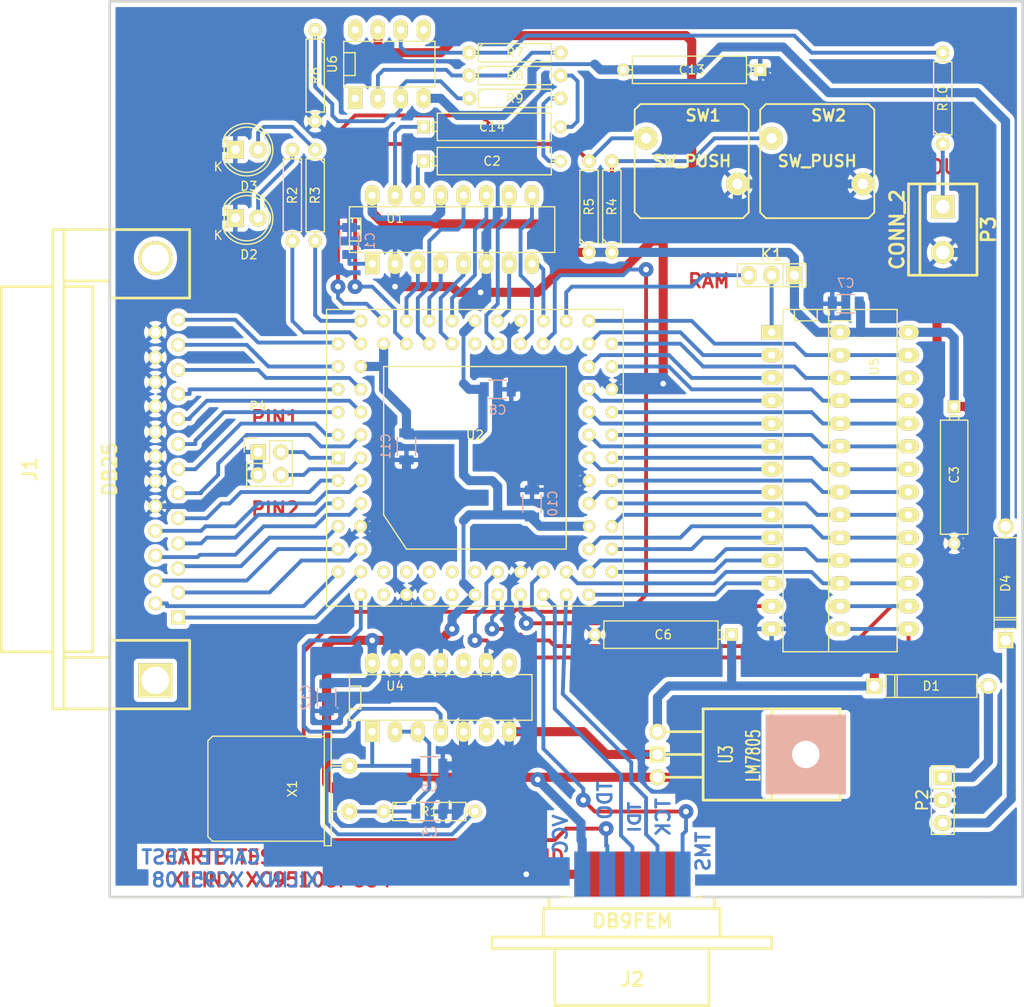
<source format=kicad_pcb>
(kicad_pcb (version 20221018) (generator pcbnew)
  (title_block (title "CARTE TEST XILINX XC95108") (rev "0"))
  (layers (0 "F.Cu" signal "Dessus") (31 "B.Cu" signal "Dessous") (34 "B.Paste" user) (35 "F.Paste" user) (36 "B.SilkS" user "B.Silkscreen") (37 "F.SilkS" user "F.Silkscreen") (38 "B.Mask" user) (39 "F.Mask" user) (44 "Edge.Cuts" user))
  (net 0 "")
  (net 1 "+12V")
  (net 2 "-12V")
  (net 3 "/CSMEM")
  (net 4 "/DAT0")
  (net 5 "/DAT1")
  (net 6 "/DAT2")
  (net 7 "/DAT3")
  (net 8 "/DAT4")
  (net 9 "/DAT5")
  (net 10 "/DAT6")
  (net 11 "/DAT7")
  (net 12 "/DCLK")
  (net 13 "/LED1")
  (net 14 "/LED2")
  (net 15 "/MA0")
  (net 16 "/MA1")
  (net 17 "/MA2")
  (net 18 "/MA3")
  (net 19 "/MA4")
  (net 20 "/MA5")
  (net 21 "/MA6")
  (net 22 "/MA7")
  (net 23 "/MD0")
  (net 24 "/MD1")
  (net 25 "/MD10")
  (net 26 "/MD11")
  (net 27 "/MD12")
  (net 28 "/MD13")
  (net 29 "/MD14")
  (net 30 "/MD2")
  (net 31 "/MD3")
  (net 32 "/MD4")
  (net 33 "/MD5")
  (net 34 "/MD6")
  (net 35 "/MD7")
  (net 36 "/MD8")
  (net 37 "/MD9")
  (net 38 "/OEMEM")
  (net 39 "/PARBUS0")
  (net 40 "/PARBUS1")
  (net 41 "/PARBUS2")
  (net 42 "/PARBUS3")
  (net 43 "/PARBUS4")
  (net 44 "/PARBUS5")
  (net 45 "/PARBUS6")
  (net 46 "/PARBUS7")
  (net 47 "/PAR_AUX0/STROBE*")
  (net 48 "/PAR_AUX1/ERROR*")
  (net 49 "/PAR_AUX2/AUTOLF*")
  (net 50 "/PAR_AUX3/SELECT*")
  (net 51 "/PAR_AUX4/PE")
  (net 52 "/PAR_AUX5/BUSY*")
  (net 53 "/PAR_AUX6/ACK")
  (net 54 "/PAR_AUX7/INIT")
  (net 55 "/PAR_AUX8/SELECT")
  (net 56 "/PIN_TEST0")
  (net 57 "/PIN_TEST1")
  (net 58 "/R/W-A14")
  (net 59 "/SW0")
  (net 60 "/SW1")
  (net 61 "/TCK")
  (net 62 "/TDI")
  (net 63 "/TDO")
  (net 64 "/TMS")
  (net 65 "/XIN/CLK")
  (net 66 "GND")
  (net 67 "Net-(C1-Pad1)")
  (net 68 "Net-(C14-Pad1)")
  (net 69 "Net-(C14-Pad2)")
  (net 70 "Net-(C2-Pad1)")
  (net 71 "Net-(C2-Pad2)")
  (net 72 "Net-(C4-Pad1)")
  (net 73 "Net-(C5-Pad1)")
  (net 74 "Net-(K1-Pad2)")
  (net 75 "Net-(P3-Pad1)")
  (net 76 "Net-(R10-Pad2)")
  (net 77 "Net-(R6-Pad1)")
  (net 78 "Net-(R7-Pad2)")
  (net 79 "VCC")
  (net 80 "Net-(U2-Pad14)")
  (net 81 "Net-(U2-Pad15)")
  (net 82 "Net-(U2-Pad17)")
  (net 83 "Net-(U2-Pad18)")
  (net 84 "Net-(U2-Pad19)")
  (net 85 "Net-(U2-Pad20)")
  (net 86 "Net-(U2-Pad21)")
  (net 87 "Net-(U2-Pad23)")
  (net 88 "Net-(U2-Pad57)")
  (net 89 "Net-(U2-Pad65)")
  (net 90 "Net-(U4-Pad6)")
  (net 91 "Net-(U4-Pad8)")
  (net 92 "Net-(U4-Pad10)")
  (net 93 "Net-(U4-Pad12)")
  (net 94 "Net-(U6-Pad1)")
  (net 95 "Net-(U6-Pad5)")
  (net 96 "Net-(U6-Pad8)")
  (net 97 "/+12BATT")
  (net 98 "/-12BATT")
  (net 99 "Net-(D2-Pad2)")
  (net 100 "Net-(D3-Pad2)")
  (footprint "Discret:CP6" (layer "F.Cu") (at 137.16 53.975)
    (fp_text reference "C2")
    (fp_text value "10uF")
  )
  (footprint "Discret:CP6" (layer "F.Cu") (at 188.595 88.9 -90)
    (fp_text reference "C3")
    (fp_text value "10uF")
  )
  (footprint "Discret:CP6" (layer "F.Cu") (at 156.21 106.68 180)
    (fp_text reference "C6")
    (fp_text value "47uF")
  )
  (footprint "Discret:CP6" (layer "F.Cu") (at 159.385 43.815 180)
    (fp_text reference "C13")
    (fp_text value "10uF")
  )
  (footprint "Discret:CP6" (layer "F.Cu") (at 137.16 50.165)
    (fp_text reference "C14")
    (fp_text value "10uF")
  )
  (footprint "Discret:D5" (layer "F.Cu") (at 186.055 112.395 180)
    (fp_text reference "D1")
    (fp_text value "1N4004")
  )
  (footprint "Discret:D5" (layer "F.Cu") (at 194.31 100.965 -90)
    (fp_text reference "D4")
    (fp_text value "1N4004")
  )
  (footprint "Connect:DB25FC" (layer "F.Cu") (at 100.965 88.265 90)
    (fp_text reference "J1")
    (fp_text value "DB25")
  )
  (footprint "Connect:DB9F_CI_INVERT" (layer "F.Cu") (at 152.781 135.89 180)
    (fp_text reference "J2")
    (fp_text value "DB9FEM")
  )
  (footprint "Connect:bornier2" (layer "F.Cu") (at 187.325 61.595 -90)
    (fp_text reference "P3")
    (fp_text value "CONN_2")
  )
  (footprint "Discret:R4" (layer "F.Cu") (at 130.175 126.365)
    (fp_text reference "R1")
    (fp_text value "100K")
  )
  (footprint "Discret:R4" (layer "F.Cu") (at 114.935 57.785 -90)
    (fp_text reference "R2")
    (fp_text value "330")
  )
  (footprint "Discret:R4" (layer "F.Cu") (at 117.475 57.785 -90)
    (fp_text reference "R3")
    (fp_text value "330")
  )
  (footprint "Discret:R4" (layer "F.Cu") (at 150.495 59.055 90)
    (fp_text reference "R4")
    (fp_text value "4,7K")
  )
  (footprint "Discret:R4" (layer "F.Cu") (at 147.955 59.055 90)
    (fp_text reference "R5")
    (fp_text value "4,7K")
  )
  (footprint "Discret:R4" (layer "F.Cu") (at 117.475 44.45 -90)
    (fp_text reference "R6")
    (fp_text value "1,1k")
  )
  (footprint "Discret:R4" (layer "F.Cu") (at 139.7 41.91)
    (fp_text reference "R7")
    (fp_text value "1,1K")
  )
  (footprint "Discret:R4" (layer "F.Cu") (at 139.7 44.45)
    (fp_text reference "R8")
    (fp_text value "2,2K")
  )
  (footprint "Discret:R4" (layer "F.Cu") (at 139.7 46.99)
    (fp_text reference "R9")
    (fp_text value "2,2K")
  )
  (footprint "Discret:R4" (layer "F.Cu") (at 187.325 46.99 90)
    (fp_text reference "R10")
    (fp_text value "75")
  )
  (footprint "Discret:SW_PUSH" (layer "F.Cu") (at 159.385 53.975)
    (fp_text reference "SW1")
    (fp_text value "SW_PUSH")
  )
  (footprint "Discret:SW_PUSH" (layer "F.Cu") (at 173.355 53.975)
    (fp_text reference "SW2")
    (fp_text value "SW_PUSH")
  )
  (footprint "Sockets_DIP:DIP-16__300_ELL" (layer "F.Cu") (at 132.715 61.595)
    (fp_text reference "U1")
    (fp_text value "TDA8702")
  )
  (footprint "Sockets:PLCC84" (layer "F.Cu") (at 135.255 86.995)
    (fp_text reference "U2")
    (fp_text value "XC95108PC84")
  )
  (footprint "Discret:LM78XX" (layer "F.Cu") (at 155.575 120.015)
    (fp_text reference "U3")
    (fp_text value "LM7805")
  )
  (footprint "Sockets_DIP:DIP-14__300_ELL" (layer "F.Cu") (at 131.445 113.665)
    (fp_text reference "U4")
    (fp_text value "74HC04")
  )
  (footprint "Sockets_DIP:DIP-28__300__600_ELL" (layer "F.Cu") (at 175.895 89.535 -90)
    (fp_text reference "U5")
    (fp_text value "RAM_32KO")
  )
  (footprint "Sockets_DIP:DIP-8__300_ELL" (layer "F.Cu") (at 125.73 43.18)
    (fp_text reference "U6")
    (fp_text value "LM318N")
  )
  (footprint "Crystals:HC-18UH" (layer "F.Cu") (at 121.285 123.825 -90)
    (fp_text reference "X1")
    (fp_text value "10MHz")
  )
  (footprint "LEDs:LED-5MM" (layer "F.Cu") (at 108.585 60.325)
    (fp_text reference "D2")
    (fp_text value "LED")
  )
  (footprint "LEDs:LED-5MM" (layer "F.Cu") (at 108.585 52.705)
    (fp_text reference "D3")
    (fp_text value "LED")
  )
  (footprint "Socket_Strips:Socket_Strip_Straight_1x03" (layer "F.Cu") (at 187.325 125.095 90)
    (fp_text reference "P2")
    (fp_text value "CONN_3" hide)
  )
  (footprint "Pin_Headers:Pin_Header_Straight_2x02" (layer "F.Cu") (at 111.125 86.36)
    (fp_text reference "P4")
    (fp_text value "CONN_2X2")
  )
  (footprint "Socket_Strips:Socket_Strip_Straight_1x03" (layer "F.Cu") (at 168.275 66.675)
    (fp_text reference "K1")
    (fp_text value "CONN_3" hide)
  )
  (footprint "Capacitors_SMD:C_1206" (layer "B.Cu") (at 121.285 62.865 90)
    (fp_text reference "C1")
    (fp_text value "100nF")
  )
  (footprint "Capacitors_SMD:C_1206" (layer "B.Cu") (at 130.175 126.365)
    (fp_text reference "C4")
    (fp_text value "22pF")
  )
  (footprint "Capacitors_SMD:C_1206" (layer "B.Cu") (at 130.175 121.285)
    (fp_text reference "C5")
    (fp_text value "22pF")
  )
  (footprint "Capacitors_SMD:C_1206" (layer "B.Cu") (at 176.53 69.85 180)
    (fp_text reference "C7")
    (fp_text value "100nF")
  )
  (footprint "Capacitors_SMD:C_1206" (layer "B.Cu") (at 137.795 79.375)
    (fp_text reference "C8")
    (fp_text value "100nF")
  )
  (footprint "Capacitors_SMD:C_1206" (layer "B.Cu") (at 141.605 92.075 90)
    (fp_text reference "C10")
    (fp_text value "100nF")
  )
  (footprint "Capacitors_SMD:C_1206" (layer "B.Cu") (at 127.635 85.725 -90)
    (fp_text reference "C11")
    (fp_text value "100nF")
  )
  (footprint "Capacitors_SMD:C_1206" (layer "B.Cu") (at 118.745 113.665 -90)
    (fp_text reference "C12")
    (fp_text value "100nF")
  )
  (gr_line (start 94.615 132.715) (end 94.615 133.985) (stroke (width 0.3048)) (layer "Edge.Cuts"))
  (gr_line (start 192.405 135.89) (end 194.945 135.89) (stroke (width 0.3048)) (layer "Edge.Cuts"))
  (gr_line (start 196.215 135.89) (end 194.945 135.89) (stroke (width 0.3048)) (layer "Edge.Cuts"))
  (gr_line (start 94.615 135.89) (end 144.78 135.89) (stroke (width 0.3048)) (layer "Edge.Cuts"))
  (gr_line (start 94.615 133.985) (end 94.615 135.89) (stroke (width 0.3048)) (layer "Edge.Cuts"))
  (gr_line (start 196.215 36.195) (end 94.615 36.195) (stroke (width 0.3048)) (layer "Edge.Cuts"))
  (gr_line (start 94.615 53.975) (end 94.615 132.715) (stroke (width 0.3048)) (layer "Edge.Cuts"))
  (gr_line (start 94.615 36.195) (end 94.615 46.355) (stroke (width 0.3048)) (layer "Edge.Cuts"))
  (gr_line (start 94.615 46.355) (end 94.615 53.975) (stroke (width 0.3048)) (layer "Edge.Cuts"))
  (gr_line (start 196.215 37.465) (end 196.215 36.195) (stroke (width 0.3048)) (layer "Edge.Cuts"))
  (gr_line (start 196.215 37.465) (end 196.215 135.89) (stroke (width 0.3048)) (layer "Edge.Cuts"))
  (gr_line (start 144.78 135.89) (end 160.655 135.89) (stroke (width 0.1)) (layer "Edge.Cuts"))
  (gr_line (start 160.655 135.89) (end 192.405 135.89) (stroke (width 0.3048)) (layer "Edge.Cuts"))
  (gr_text "GND" (at 142.875 131.445) (layer "F.Cu") (effects (font (size 1.524 1.524) (thickness 0.3048))))
  (gr_text "GND" (at 183.261 125.222) (layer "F.Cu") (effects (font (size 1.524 1.524) (thickness 0.3048))))
  (gr_text "RAM" (at 161.29 67.31) (layer "F.Cu") (effects (font (size 1.524 1.524) (thickness 0.3048))))
  (gr_text "+12V" (at 186.69 119.888) (layer "F.Cu") (effects (font (size 1.524 1.524) (thickness 0.3048))))
  (gr_text "XILINX XC95108PC84" (at 113.665 133.985) (layer "F.Cu") (effects (font (size 1.524 1.524) (thickness 0.3048))))
  (gr_text "GND" (at 187.325 68.58) (layer "F.Cu") (effects (font (size 1.524 1.524) (thickness 0.3048))))
  (gr_text "ROM" (at 176.53 67.31) (layer "F.Cu") (effects (font (size 1.524 1.524) (thickness 0.3048))))
  (gr_text "VOUT" (at 187.325 54.61) (layer "F.Cu") (effects (font (size 1.524 1.524) (thickness 0.3048))))
  (gr_text "CARTE TEST" (at 107.315 131.445) (layer "F.Cu") (effects (font (size 1.524 1.524) (thickness 0.3048))))
  (gr_text "-12V" (at 187.325 130.429) (layer "F.Cu") (effects (font (size 1.524 1.524) (thickness 0.3048))))
  (gr_text "PIN2" (at 113.03 92.71) (layer "F.Cu") (effects (font (size 1.524 1.524) (thickness 0.3048))))
  (gr_text "PIN1" (at 113.03 82.55) (layer "F.Cu") (effects (font (size 1.524 1.524) (thickness 0.3048))))
  (gr_text "TDI" (at 153.035 127 90) (layer "B.Cu") (effects (font (size 1.27 1.524) (thickness 0.3048)) (justify mirror)))
  (gr_text "TCK" (at 156.21 127 90) (layer "B.Cu") (effects (font (size 1.524 1.524) (thickness 0.3048)) (justify mirror)))
  (gr_text "XILINX XC95108" (at 108.585 133.985) (layer "B.Cu") (effects (font (size 1.524 1.524) (thickness 0.3048)) (justify mirror)))
  (gr_text "TMS" (at 160.655 130.81 90) (layer "B.Cu") (effects (font (size 1.524 1.524) (thickness 0.3048)) (justify mirror)))
  (gr_text "TDO" (at 149.733 125.095 90) (layer "B.Cu") (effects (font (size 1.524 1.524) (thickness 0.3048)) (justify mirror)))
  (gr_text "CARTE TEST" (at 104.775 131.445) (layer "B.Cu") (effects (font (size 1.524 1.524) (thickness 0.3048)) (justify mirror)))
  (gr_text "VCC" (at 144.78 128.905 90) (layer "B.Cu") (effects (font (size 1.524 1.524) (thickness 0.3048)) (justify mirror)))
  (segment (start 124.46 41.275) (end 124.46 39.37) (width 1.016) (layer "F.Cu") (net 1))
  (segment (start 160.02 59.055) (end 159.385 58.42) (width 1.016) (layer "F.Cu") (net 1))
  (segment (start 185.42 70.485) (end 173.99 59.055) (width 1.016) (layer "F.Cu") (net 1))
  (segment (start 159.385 58.42) (end 159.385 40.64) (width 1.016) (layer "F.Cu") (net 1))
  (segment (start 173.99 59.055) (end 160.02 59.055) (width 1.016) (layer "F.Cu") (net 1))
  (segment (start 183.515 110.49) (end 185.42 108.585) (width 1.016) (layer "F.Cu") (net 1))
  (segment (start 133.35 40.005) (end 131.445 41.91) (width 1.016) (layer "F.Cu") (net 1))
  (segment (start 185.42 108.585) (end 186.69 107.315) (width 1.016) (layer "F.Cu") (net 1))
  (segment (start 159.385 40.64) (end 158.75 40.005) (width 1.016) (layer "F.Cu") (net 1))
  (segment (start 179.705 112.395) (end 179.705 110.49) (width 1.016) (layer "F.Cu") (net 1))
  (segment (start 158.75 40.005) (end 133.35 40.005) (width 1.016) (layer "F.Cu") (net 1))
  (segment (start 186.69 107.315) (end 186.69 71.755) (width 1.016) (layer "F.Cu") (net 1))
  (segment (start 179.705 110.49) (end 183.515 110.49) (width 1.016) (layer "F.Cu") (net 1))
  (segment (start 131.445 41.91) (end 125.095 41.91) (width 1.016) (layer "F.Cu") (net 1))
  (segment (start 125.095 41.91) (end 124.46 41.275) (width 1.016) (layer "F.Cu") (net 1))
  (segment (start 186.69 71.755) (end 185.42 70.485) (width 1.016) (layer "F.Cu") (net 1))
  (segment (start 163.83 106.68) (end 163.83 112.395) (width 1.016) (layer "B.Cu") (net 1))
  (segment (start 169.545 112.395) (end 179.705 112.395) (width 1.016) (layer "B.Cu") (net 1))
  (segment (start 163.83 112.395) (end 156.845 112.395) (width 1.016) (layer "B.Cu") (net 1))
  (segment (start 155.575 113.665) (end 155.575 117.475) (width 1.016) (layer "B.Cu") (net 1))
  (segment (start 169.545 112.395) (end 163.83 112.395) (width 1.016) (layer "B.Cu") (net 1))
  (segment (start 156.845 112.395) (end 155.575 113.665) (width 1.016) (layer "B.Cu") (net 1))
  (segment (start 174.625 46.355) (end 191.135 46.355) (width 1.016) (layer "B.Cu") (net 2))
  (segment (start 129.54 46.99) (end 131.445 46.99) (width 1.016) (layer "B.Cu") (net 2))
  (segment (start 191.135 46.355) (end 191.77 46.99) (width 1.016) (layer "B.Cu") (net 2))
  (segment (start 141.605 43.815) (end 142.24 43.18) (width 1.016) (layer "B.Cu") (net 2))
  (segment (start 194.31 49.53) (end 191.77 46.99) (width 1.016) (layer "B.Cu") (net 2))
  (segment (start 151.765 43.815) (end 160.02 43.815) (width 1.016) (layer "B.Cu") (net 2))
  (segment (start 149.225 43.815) (end 151.765 43.815) (width 1.016) (layer "B.Cu") (net 2))
  (segment (start 131.445 46.99) (end 133.35 48.895) (width 1.016) (layer "B.Cu") (net 2))
  (segment (start 138.43 48.895) (end 141.605 45.72) (width 1.016) (layer "B.Cu") (net 2))
  (segment (start 142.24 43.18) (end 148.59 43.18) (width 0.4318) (layer "B.Cu") (net 2))
  (segment (start 194.31 94.615) (end 194.31 49.53) (width 1.016) (layer "B.Cu") (net 2))
  (segment (start 141.605 45.72) (end 141.605 43.815) (width 1.016) (layer "B.Cu") (net 2))
  (segment (start 160.02 43.815) (end 162.56 41.275) (width 1.016) (layer "B.Cu") (net 2))
  (segment (start 162.56 41.275) (end 169.545 41.275) (width 1.016) (layer "B.Cu") (net 2))
  (segment (start 169.545 41.275) (end 174.625 46.355) (width 1.016) (layer "B.Cu") (net 2))
  (segment (start 133.35 48.895) (end 138.43 48.895) (width 1.016) (layer "B.Cu") (net 2))
  (segment (start 148.59 43.18) (end 149.225 43.815) (width 1.016) (layer "B.Cu") (net 2))
  (segment (start 180.975 93.345) (end 183.515 93.345) (width 0.4318) (layer "B.Cu") (net 3))
  (segment (start 150.495 92.075) (end 172.085 92.075) (width 0.4318) (layer "B.Cu") (net 3))
  (segment (start 175.895 93.345) (end 173.355 93.345) (width 0.4318) (layer "B.Cu") (net 3))
  (segment (start 173.355 93.345) (end 172.085 92.075) (width 0.4318) (layer "B.Cu") (net 3))
  (segment (start 180.975 93.345) (end 175.895 93.345) (width 0.4318) (layer "B.Cu") (net 3))
  (segment (start 133.35 61.595) (end 133.985 60.96) (width 0.4318) (layer "B.Cu") (net 4))
  (segment (start 130.175 74.295) (end 128.905 73.025) (width 0.4318) (layer "B.Cu") (net 4))
  (segment (start 130.175 67.945) (end 130.175 62.865) (width 0.4318) (layer "B.Cu") (net 4))
  (segment (start 130.175 62.865) (end 131.445 61.595) (width 0.4318) (layer "B.Cu") (net 4))
  (segment (start 133.985 60.96) (end 133.985 57.785) (width 0.4318) (layer "B.Cu") (net 4))
  (segment (start 128.905 73.025) (end 128.905 69.215) (width 0.4318) (layer "B.Cu") (net 4))
  (segment (start 128.905 69.215) (end 130.175 67.945) (width 0.4318) (layer "B.Cu") (net 4))
  (segment (start 131.445 61.595) (end 133.35 61.595) (width 0.4318) (layer "B.Cu") (net 4))
  (segment (start 135.255 61.595) (end 136.525 60.325) (width 0.4318) (layer "B.Cu") (net 5))
  (segment (start 132.715 69.215) (end 132.715 71.755) (width 0.4318) (layer "B.Cu") (net 5))
  (segment (start 132.715 69.215) (end 135.255 66.675) (width 0.4318) (layer "B.Cu") (net 5))
  (segment (start 135.255 61.595) (end 135.255 66.675) (width 0.4318) (layer "B.Cu") (net 5))
  (segment (start 136.525 57.785) (end 136.525 60.325) (width 0.4318) (layer "B.Cu") (net 5))
  (segment (start 128.905 65.405) (end 128.905 67.945) (width 0.4318) (layer "B.Cu") (net 6))
  (segment (start 127.635 69.215) (end 127.635 71.755) (width 0.4318) (layer "B.Cu") (net 6))
  (segment (start 128.905 67.945) (end 127.635 69.215) (width 0.4318) (layer "B.Cu") (net 6))
  (segment (start 130.175 69.215) (end 131.445 67.945) (width 0.4318) (layer "B.Cu") (net 7))
  (segment (start 131.445 67.945) (end 131.445 65.405) (width 0.4318) (layer "B.Cu") (net 7))
  (segment (start 130.175 71.755) (end 130.175 69.215) (width 0.4318) (layer "B.Cu") (net 7))
  (segment (start 139.065 57.785) (end 139.065 60.325) (width 0.4318) (layer "B.Cu") (net 8))
  (segment (start 136.525 71.12) (end 137.795 69.85) (width 0.4318) (layer "B.Cu") (net 8))
  (segment (start 139.065 60.325) (end 137.795 61.595) (width 0.4318) (layer "B.Cu") (net 8))
  (segment (start 136.525 73.025) (end 137.795 74.295) (width 0.4318) (layer "B.Cu") (net 8))
  (segment (start 137.795 69.85) (end 137.795 61.595) (width 0.4318) (layer "B.Cu") (net 8))
  (segment (start 136.525 71.12) (end 136.525 73.025) (width 0.4318) (layer "B.Cu") (net 8))
  (segment (start 141.605 60.325) (end 140.335 61.595) (width 0.4318) (layer "B.Cu") (net 9))
  (segment (start 141.605 73.025) (end 141.605 67.945) (width 0.4318) (layer "B.Cu") (net 9))
  (segment (start 140.335 74.295) (end 141.605 73.025) (width 0.4318) (layer "B.Cu") (net 9))
  (segment (start 140.335 61.595) (end 140.335 66.675) (width 0.4318) (layer "B.Cu") (net 9))
  (segment (start 141.605 57.785) (end 141.605 60.325) (width 0.4318) (layer "B.Cu") (net 9))
  (segment (start 141.605 67.945) (end 140.335 66.675) (width 0.4318) (layer "B.Cu") (net 9))
  (segment (start 142.875 71.755) (end 142.875 66.04) (width 0.4318) (layer "B.Cu") (net 10))
  (segment (start 142.24 65.405) (end 141.605 65.405) (width 0.4318) (layer "B.Cu") (net 10))
  (segment (start 142.875 66.04) (end 142.24 65.405) (width 0.4318) (layer "B.Cu") (net 10))
  (segment (start 139.065 65.405) (end 139.065 70.485) (width 0.4318) (layer "B.Cu") (net 11))
  (segment (start 139.065 70.485) (end 137.795 71.755) (width 0.4318) (layer "B.Cu") (net 11))
  (segment (start 133.985 66.675) (end 133.985 65.405) (width 0.4318) (layer "B.Cu") (net 12))
  (segment (start 131.445 69.215) (end 133.985 66.675) (width 0.4318) (layer "B.Cu") (net 12))
  (segment (start 131.445 73.025) (end 131.445 69.215) (width 0.4318) (layer "B.Cu") (net 12))
  (segment (start 132.715 74.295) (end 131.445 73.025) (width 0.4318) (layer "B.Cu") (net 12))
  (segment (start 116.205 73.025) (end 114.935 71.755) (width 0.4318) (layer "B.Cu") (net 13))
  (segment (start 116.205 73.025) (end 121.285 73.025) (width 0.4318) (layer "B.Cu") (net 13))
  (segment (start 121.285 73.025) (end 122.555 74.295) (width 0.4318) (layer "B.Cu") (net 13))
  (segment (start 114.935 62.865) (end 114.935 71.755) (width 0.4318) (layer "B.Cu") (net 13))
  (segment (start 118.11 71.755) (end 122.555 71.755) (width 0.4318) (layer "B.Cu") (net 14))
  (segment (start 117.475 71.12) (end 118.11 71.755) (width 0.4318) (layer "B.Cu") (net 14))
  (segment (start 117.475 62.865) (end 117.475 71.12) (width 0.4318) (layer "B.Cu") (net 14))
  (segment (start 163.195 98.425) (end 168.275 98.425) (width 0.4318) (layer "B.Cu") (net 15))
  (segment (start 161.925 99.695) (end 163.195 98.425) (width 0.4318) (layer "B.Cu") (net 15))
  (segment (start 150.495 99.695) (end 161.925 99.695) (width 0.4318) (layer "B.Cu") (net 15))
  (segment (start 163.195 100.965) (end 168.275 100.965) (width 0.4318) (layer "B.Cu") (net 16))
  (segment (start 147.955 102.235) (end 161.925 102.235) (width 0.4318) (layer "B.Cu") (net 16))
  (segment (start 161.925 102.235) (end 163.195 100.965) (width 0.4318) (layer "B.Cu") (net 16))
  (segment (start 161.925 105.41) (end 163.83 103.505) (width 0.4318) (layer "F.Cu") (net 17))
  (segment (start 151.13 105.41) (end 161.925 105.41) (width 0.4318) (layer "F.Cu") (net 17))
  (segment (start 163.83 103.505) (end 168.275 103.505) (width 0.4318) (layer "F.Cu") (net 17))
  (segment (start 140.97 105.41) (end 151.13 105.41) (width 0.4318) (layer "F.Cu") (net 17))
  (via (at 140.97 105.41) (size 1.651) (drill 0.635) (layers "F.Cu" "B.Cu") (net 17))
  (segment (start 140.335 102.235) (end 140.335 104.14) (width 0.4318) (layer "B.Cu") (net 17))
  (segment (start 140.335 104.14) (end 140.97 104.775) (width 0.4318) (layer "B.Cu") (net 17))
  (segment (start 140.97 104.775) (end 140.97 105.41) (width 0.4318) (layer "B.Cu") (net 17))
  (segment (start 140.335 107.95) (end 137.16 107.95) (width 0.4318) (layer "F.Cu") (net 18))
  (segment (start 182.88 109.22) (end 183.515 108.585) (width 0.4318) (layer "F.Cu") (net 18))
  (segment (start 183.515 108.585) (end 183.515 106.045) (width 0.4318) (layer "F.Cu") (net 18))
  (segment (start 137.16 107.95) (end 136.525 107.315) (width 0.4318) (layer "F.Cu") (net 18))
  (segment (start 136.525 107.315) (end 135.255 107.315) (width 0.4318) (layer "F.Cu") (net 18))
  (segment (start 141.605 109.22) (end 182.88 109.22) (width 0.4318) (layer "F.Cu") (net 18))
  (segment (start 140.335 107.95) (end 141.605 109.22) (width 0.4318) (layer "F.Cu") (net 18))
  (via (at 135.255 107.315) (size 1.651) (drill 0.635) (layers "F.Cu" "B.Cu") (net 18))
  (segment (start 175.895 106.045) (end 183.515 106.045) (width 0.4318) (layer "B.Cu") (net 18))
  (segment (start 136.525 103.505) (end 136.525 100.965) (width 0.4318) (layer "B.Cu") (net 18))
  (segment (start 135.255 107.315) (end 135.255 104.775) (width 0.4318) (layer "B.Cu") (net 18))
  (segment (start 136.525 100.965) (end 137.795 99.695) (width 0.4318) (layer "B.Cu") (net 18))
  (segment (start 135.255 104.775) (end 136.525 103.505) (width 0.4318) (layer "B.Cu") (net 18))
  (segment (start 143.51 107.315) (end 140.97 107.315) (width 0.4318) (layer "F.Cu") (net 19))
  (segment (start 138.43 106.045) (end 139.065 106.68) (width 0.4318) (layer "F.Cu") (net 19))
  (segment (start 137.16 106.045) (end 138.43 106.045) (width 0.4318) (layer "F.Cu") (net 19))
  (segment (start 139.065 106.68) (end 140.335 106.68) (width 0.4318) (layer "F.Cu") (net 19))
  (segment (start 177.165 107.95) (end 144.145 107.95) (width 0.4318) (layer "F.Cu") (net 19))
  (segment (start 144.145 107.95) (end 143.51 107.315) (width 0.4318) (layer "F.Cu") (net 19))
  (segment (start 181.61 103.505) (end 177.165 107.95) (width 0.4318) (layer "F.Cu") (net 19))
  (segment (start 183.515 103.505) (end 181.61 103.505) (width 0.4318) (layer "F.Cu") (net 19))
  (segment (start 140.335 106.68) (end 140.97 107.315) (width 0.4318) (layer "F.Cu") (net 19))
  (via (at 137.16 106.045) (size 1.651) (drill 0.635) (layers "F.Cu" "B.Cu") (net 19))
  (segment (start 183.515 103.505) (end 175.895 103.505) (width 0.4318) (layer "B.Cu") (net 19))
  (segment (start 137.795 104.14) (end 137.795 102.235) (width 0.4318) (layer "B.Cu") (net 19))
  (segment (start 137.795 104.14) (end 137.16 104.775) (width 0.4318) (layer "B.Cu") (net 19))
  (segment (start 137.16 104.775) (end 137.16 106.045) (width 0.4318) (layer "B.Cu") (net 19))
  (segment (start 180.975 100.965) (end 175.895 100.965) (width 0.4318) (layer "B.Cu") (net 20))
  (segment (start 146.685 100.965) (end 161.925 100.965) (width 0.4318) (layer "B.Cu") (net 20))
  (segment (start 163.195 99.695) (end 172.72 99.695) (width 0.4318) (layer "B.Cu") (net 20))
  (segment (start 161.925 100.965) (end 163.195 99.695) (width 0.4318) (layer "B.Cu") (net 20))
  (segment (start 173.99 100.965) (end 172.72 99.695) (width 0.4318) (layer "B.Cu") (net 20))
  (segment (start 180.975 100.965) (end 183.515 100.965) (width 0.4318) (layer "B.Cu") (net 20))
  (segment (start 145.415 99.695) (end 146.685 100.965) (width 0.4318) (layer "B.Cu") (net 20))
  (segment (start 175.895 100.965) (end 173.99 100.965) (width 0.4318) (layer "B.Cu") (net 20))
  (segment (start 173.355 98.425) (end 172.085 97.155) (width 0.4318) (layer "B.Cu") (net 21))
  (segment (start 149.225 98.425) (end 161.925 98.425) (width 0.4318) (layer "B.Cu") (net 21))
  (segment (start 163.195 97.155) (end 172.085 97.155) (width 0.4318) (layer "B.Cu") (net 21))
  (segment (start 161.925 98.425) (end 163.195 97.155) (width 0.4318) (layer "B.Cu") (net 21))
  (segment (start 147.955 99.695) (end 149.225 98.425) (width 0.4318) (layer "B.Cu") (net 21))
  (segment (start 180.975 98.425) (end 175.895 98.425) (width 0.4318) (layer "B.Cu") (net 21))
  (segment (start 175.895 98.425) (end 173.355 98.425) (width 0.4318) (layer "B.Cu") (net 21))
  (segment (start 180.975 98.425) (end 183.515 98.425) (width 0.4318) (layer "B.Cu") (net 21))
  (segment (start 175.895 95.885) (end 173.99 95.885) (width 0.4318) (layer "B.Cu") (net 22))
  (segment (start 149.225 95.885) (end 158.115 95.885) (width 0.4318) (layer "B.Cu") (net 22))
  (segment (start 147.955 97.155) (end 149.225 95.885) (width 0.4318) (layer "B.Cu") (net 22))
  (segment (start 180.975 95.885) (end 183.515 95.885) (width 0.4318) (layer "B.Cu") (net 22))
  (segment (start 180.975 95.885) (end 175.895 95.885) (width 0.4318) (layer "B.Cu") (net 22))
  (segment (start 159.385 94.615) (end 172.085 94.615) (width 0.4318) (layer "B.Cu") (net 22))
  (segment (start 158.115 95.885) (end 159.385 94.615) (width 0.4318) (layer "B.Cu") (net 22))
  (segment (start 173.99 95.885) (end 172.72 94.615) (width 0.4318) (layer "B.Cu") (net 22))
  (segment (start 172.72 94.615) (end 172.085 94.615) (width 0.4318) (layer "B.Cu") (net 22))
  (segment (start 150.495 97.155) (end 159.385 97.155) (width 0.4318) (layer "B.Cu") (net 23))
  (segment (start 160.655 95.885) (end 168.275 95.885) (width 0.4318) (layer "B.Cu") (net 23))
  (segment (start 159.385 97.155) (end 160.655 95.885) (width 0.4318) (layer "B.Cu") (net 23))
  (segment (start 151.765 93.345) (end 168.275 93.345) (width 0.4318) (layer "B.Cu") (net 24))
  (segment (start 150.495 94.615) (end 151.765 93.345) (width 0.4318) (layer "B.Cu") (net 24))
  (segment (start 175.895 90.805) (end 173.99 90.805) (width 0.4318) (layer "B.Cu") (net 25))
  (segment (start 173.99 90.805) (end 172.72 89.535) (width 0.4318) (layer "B.Cu") (net 25))
  (segment (start 150.495 89.535) (end 172.72 89.535) (width 0.4318) (layer "B.Cu") (net 25))
  (segment (start 180.975 90.805) (end 175.895 90.805) (width 0.4318) (layer "B.Cu") (net 25))
  (segment (start 180.975 90.805) (end 183.515 90.805) (width 0.4318) (layer "B.Cu") (net 25))
  (segment (start 175.895 85.725) (end 180.975 85.725) (width 0.4318) (layer "B.Cu") (net 26))
  (segment (start 180.975 85.725) (end 183.515 85.725) (width 0.4318) (layer "B.Cu") (net 26))
  (segment (start 173.99 85.725) (end 172.72 84.455) (width 0.4318) (layer "B.Cu") (net 26))
  (segment (start 150.495 84.455) (end 172.72 84.455) (width 0.4318) (layer "B.Cu") (net 26))
  (segment (start 175.895 85.725) (end 173.99 85.725) (width 0.4318) (layer "B.Cu") (net 26))
  (segment (start 147.955 74.295) (end 149.225 73.025) (width 0.4318) (layer "B.Cu") (net 27))
  (segment (start 160.655 75.565) (end 168.275 75.565) (width 0.4318) (layer "B.Cu") (net 27))
  (segment (start 149.225 73.025) (end 158.115 73.025) (width 0.4318) (layer "B.Cu") (net 27))
  (segment (start 158.115 73.025) (end 160.655 75.565) (width 0.4318) (layer "B.Cu") (net 27))
  (segment (start 170.815 76.835) (end 172.085 78.105) (width 0.4318) (layer "B.Cu") (net 28))
  (segment (start 175.895 78.105) (end 172.085 78.105) (width 0.4318) (layer "B.Cu") (net 28))
  (segment (start 158.115 74.295) (end 160.655 76.835) (width 0.4318) (layer "B.Cu") (net 28))
  (segment (start 158.115 74.295) (end 150.495 74.295) (width 0.4318) (layer "B.Cu") (net 28))
  (segment (start 160.655 76.835) (end 170.815 76.835) (width 0.4318) (layer "B.Cu") (net 28))
  (segment (start 175.895 78.105) (end 183.515 78.105) (width 0.4318) (layer "B.Cu") (net 28))
  (segment (start 159.385 67.945) (end 160.655 66.675) (width 0.4318) (layer "B.Cu") (net 29))
  (segment (start 146.05 67.945) (end 159.385 67.945) (width 0.4318) (layer "B.Cu") (net 29))
  (segment (start 160.655 66.675) (end 165.735 66.675) (width 0.4318) (layer "B.Cu") (net 29))
  (segment (start 145.415 68.58) (end 146.05 67.945) (width 0.4318) (layer "B.Cu") (net 29))
  (segment (start 145.415 71.755) (end 145.415 68.58) (width 0.4318) (layer "B.Cu") (net 29))
  (segment (start 149.225 90.805) (end 168.275 90.805) (width 0.4318) (layer "B.Cu") (net 30))
  (segment (start 147.955 92.075) (end 149.225 90.805) (width 0.4318) (layer "B.Cu") (net 30))
  (segment (start 147.955 86.995) (end 149.225 88.265) (width 0.4318) (layer "B.Cu") (net 31))
  (segment (start 149.225 88.265) (end 168.275 88.265) (width 0.4318) (layer "B.Cu") (net 31))
  (segment (start 149.225 85.725) (end 147.955 84.455) (width 0.4318) (layer "B.Cu") (net 32))
  (segment (start 168.275 85.725) (end 149.225 85.725) (width 0.4318) (layer "B.Cu") (net 32))
  (segment (start 168.275 83.185) (end 149.225 83.185) (width 0.4318) (layer "B.Cu") (net 33))
  (segment (start 149.225 83.185) (end 147.955 81.915) (width 0.4318) (layer "B.Cu") (net 33))
  (segment (start 149.225 80.645) (end 168.275 80.645) (width 0.4318) (layer "B.Cu") (net 34))
  (segment (start 147.955 79.375) (end 149.225 80.645) (width 0.4318) (layer "B.Cu") (net 34))
  (segment (start 156.845 75.565) (end 149.225 75.565) (width 0.4318) (layer "B.Cu") (net 35))
  (segment (start 149.225 75.565) (end 147.955 76.835) (width 0.4318) (layer "B.Cu") (net 35))
  (segment (start 168.275 78.105) (end 159.385 78.105) (width 0.4318) (layer "B.Cu") (net 35))
  (segment (start 159.385 78.105) (end 156.845 75.565) (width 0.4318) (layer "B.Cu") (net 35))
  (segment (start 156.845 76.835) (end 159.385 79.375) (width 0.4318) (layer "B.Cu") (net 36))
  (segment (start 175.895 80.645) (end 180.975 80.645) (width 0.4318) (layer "B.Cu") (net 36))
  (segment (start 150.495 76.835) (end 156.845 76.835) (width 0.4318) (layer "B.Cu") (net 36))
  (segment (start 175.895 80.645) (end 173.99 80.645) (width 0.4318) (layer "B.Cu") (net 36))
  (segment (start 159.385 79.375) (end 172.72 79.375) (width 0.4318) (layer "B.Cu") (net 36))
  (segment (start 173.99 80.645) (end 172.72 79.375) (width 0.4318) (layer "B.Cu") (net 36))
  (segment (start 180.975 80.645) (end 183.515 80.645) (width 0.4318) (layer "B.Cu") (net 36))
  (segment (start 175.895 83.185) (end 173.99 83.185) (width 0.4318) (layer "B.Cu") (net 37))
  (segment (start 180.975 83.185) (end 183.515 83.185) (width 0.4318) (layer "B.Cu") (net 37))
  (segment (start 173.99 83.185) (end 172.72 81.915) (width 0.4318) (layer "B.Cu") (net 37))
  (segment (start 150.495 81.915) (end 172.72 81.915) (width 0.4318) (layer "B.Cu") (net 37))
  (segment (start 175.895 83.185) (end 180.975 83.185) (width 0.4318) (layer "B.Cu") (net 37))
  (segment (start 150.495 86.995) (end 172.72 86.995) (width 0.4318) (layer "B.Cu") (net 38))
  (segment (start 175.895 88.265) (end 173.99 88.265) (width 0.4318) (layer "B.Cu") (net 38))
  (segment (start 180.975 88.265) (end 183.515 88.265) (width 0.4318) (layer "B.Cu") (net 38))
  (segment (start 180.975 88.265) (end 175.895 88.265) (width 0.4318) (layer "B.Cu") (net 38))
  (segment (start 173.99 88.265) (end 172.72 86.995) (width 0.4318) (layer "B.Cu") (net 38))
  (segment (start 121.285 98.425) (end 122.555 97.155) (width 0.4318) (layer "B.Cu") (net 39))
  (segment (start 102.235 101.981) (end 112.395 101.981) (width 0.4318) (layer "B.Cu") (net 39))
  (segment (start 112.395 101.981) (end 115.951 98.425) (width 0.4318) (layer "B.Cu") (net 39))
  (segment (start 115.951 98.425) (end 121.285 98.425) (width 0.4318) (layer "B.Cu") (net 39))
  (segment (start 102.235 99.06) (end 102.235 99.314) (width 0.4318) (layer "B.Cu") (net 40))
  (segment (start 112.395 95.885) (end 109.22 99.06) (width 0.4318) (layer "B.Cu") (net 40))
  (segment (start 109.22 99.06) (end 102.235 99.06) (width 0.4318) (layer "B.Cu") (net 40))
  (segment (start 118.745 95.885) (end 120.015 94.615) (width 0.4318) (layer "B.Cu") (net 40))
  (segment (start 112.395 95.885) (end 118.745 95.885) (width 0.4318) (layer "B.Cu") (net 40))
  (segment (start 105.41 95.885) (end 108.585 95.885) (width 0.4318) (layer "B.Cu") (net 41))
  (segment (start 104.775 96.52) (end 105.41 95.885) (width 0.4318) (layer "B.Cu") (net 41))
  (segment (start 102.235 96.52) (end 104.775 96.52) (width 0.4318) (layer "B.Cu") (net 41))
  (segment (start 118.745 92.075) (end 120.015 92.075) (width 0.4318) (layer "B.Cu") (net 41))
  (segment (start 117.475 93.345) (end 118.745 92.075) (width 0.4318) (layer "B.Cu") (net 41))
  (segment (start 108.585 95.885) (end 111.125 93.345) (width 0.4318) (layer "B.Cu") (net 41))
  (segment (start 111.125 93.345) (end 117.475 93.345) (width 0.4318) (layer "B.Cu") (net 41))
  (segment (start 109.22 90.805) (end 116.84 90.805) (width 0.4318) (layer "B.Cu") (net 42))
  (segment (start 102.235 93.726) (end 105.41 93.726) (width 0.4318) (layer "B.Cu") (net 42))
  (segment (start 118.11 89.535) (end 120.015 89.535) (width 0.4318) (layer "B.Cu") (net 42))
  (segment (start 107.95 92.075) (end 109.22 90.805) (width 0.4318) (layer "B.Cu") (net 42))
  (segment (start 105.41 93.726) (end 107.061 92.075) (width 0.4318) (layer "B.Cu") (net 42))
  (segment (start 107.061 92.075) (end 107.95 92.075) (width 0.4318) (layer "B.Cu") (net 42))
  (segment (start 116.84 90.805) (end 118.11 89.535) (width 0.4318) (layer "B.Cu") (net 42))
  (segment (start 106.68 88.9) (end 106.68 87.63) (width 0.4318) (layer "B.Cu") (net 43))
  (segment (start 121.285 85.725) (end 122.555 84.455) (width 0.4318) (layer "B.Cu") (net 43))
  (segment (start 102.235 90.932) (end 104.775 90.932) (width 0.4318) (layer "B.Cu") (net 43))
  (segment (start 116.84 84.455) (end 118.11 85.725) (width 0.4318) (layer "B.Cu") (net 43))
  (segment (start 104.775 90.805) (end 106.68 88.9) (width 0.4318) (layer "B.Cu") (net 43))
  (segment (start 106.68 87.63) (end 109.855 84.455) (width 0.4318) (layer "B.Cu") (net 43))
  (segment (start 109.855 84.455) (end 116.84 84.455) (width 0.4318) (layer "B.Cu") (net 43))
  (segment (start 104.775 90.932) (end 104.775 90.805) (width 0.4318) (layer "B.Cu") (net 43))
  (segment (start 118.11 85.725) (end 121.285 85.725) (width 0.4318) (layer "B.Cu") (net 43))
  (segment (start 104.14 88.265) (end 109.22 83.185) (width 0.4318) (layer "B.Cu") (net 44))
  (segment (start 118.745 84.455) (end 120.015 84.455) (width 0.4318) (layer "B.Cu") (net 44))
  (segment (start 102.235 88.265) (end 104.14 88.265) (width 0.4318) (layer "B.Cu") (net 44))
  (segment (start 117.475 83.185) (end 118.745 84.455) (width 0.4318) (layer "B.Cu") (net 44))
  (segment (start 109.22 83.185) (end 117.475 83.185) (width 0.4318) (layer "B.Cu") (net 44))
  (segment (start 102.235 85.471) (end 104.14 85.471) (width 0.4318) (layer "B.Cu") (net 45))
  (segment (start 107.315 81.915) (end 120.015 81.915) (width 0.4318) (layer "B.Cu") (net 45))
  (segment (start 104.14 85.471) (end 104.14 85.09) (width 0.4318) (layer "B.Cu") (net 45))
  (segment (start 104.14 85.09) (end 107.315 81.915) (width 0.4318) (layer "B.Cu") (net 45))
  (segment (start 121.285 80.645) (end 122.555 81.915) (width 0.4318) (layer "B.Cu") (net 46))
  (segment (start 103.505 82.55) (end 105.41 80.645) (width 0.4318) (layer "B.Cu") (net 46))
  (segment (start 102.235 82.677) (end 103.505 82.677) (width 0.4318) (layer "B.Cu") (net 46))
  (segment (start 103.505 82.677) (end 103.505 82.55) (width 0.4318) (layer "B.Cu") (net 46))
  (segment (start 105.41 80.645) (end 121.285 80.645) (width 0.4318) (layer "B.Cu") (net 46))
  (segment (start 117.475 104.775) (end 122.555 99.695) (width 0.4318) (layer "B.Cu") (net 47))
  (segment (start 102.235 104.775) (end 117.475 104.775) (width 0.4318) (layer "B.Cu") (net 47))
  (segment (start 109.855 100.6602) (end 113.3602 97.155) (width 0.4318) (layer "B.Cu") (net 48))
  (segment (start 113.3602 97.155) (end 120.015 97.155) (width 0.4318) (layer "B.Cu") (net 48))
  (segment (start 99.695 100.6602) (end 109.855 100.6602) (width 0.4318) (layer "B.Cu") (net 48))
  (segment (start 100.965 103.505) (end 116.205 103.505) (width 0.4318) (layer "B.Cu") (net 49))
  (segment (start 99.695 103.2002) (end 100.965 103.2002) (width 0.4318) (layer "B.Cu") (net 49))
  (segment (start 116.205 103.505) (end 120.015 99.695) (width 0.4318) (layer "B.Cu") (net 49))
  (segment (start 100.965 103.2002) (end 100.965 103.505) (width 0.4318) (layer "B.Cu") (net 49))
  (segment (start 120.015 74.168) (end 120.015 74.295) (width 0.4318) (layer "B.Cu") (net 50))
  (segment (start 111.125 74.168) (end 120.015 74.168) (width 0.4318) (layer "B.Cu") (net 50))
  (segment (start 108.585 71.628) (end 111.125 74.168) (width 0.4318) (layer "B.Cu") (net 50))
  (segment (start 102.235 71.628) (end 108.585 71.628) (width 0.4318) (layer "B.Cu") (net 50))
  (segment (start 112.268 76.835) (end 120.015 76.835) (width 0.4318) (layer "B.Cu") (net 51))
  (segment (start 109.855 74.422) (end 112.268 76.835) (width 0.4318) (layer "B.Cu") (net 51))
  (segment (start 102.235 74.422) (end 109.855 74.422) (width 0.4318) (layer "B.Cu") (net 51))
  (segment (start 121.285 78.105) (end 122.555 79.375) (width 0.4318) (layer "B.Cu") (net 52))
  (segment (start 102.235 77.216) (end 111.125 77.216) (width 0.4318) (layer "B.Cu") (net 52))
  (segment (start 111.125 77.216) (end 112.014 78.105) (width 0.4318) (layer "B.Cu") (net 52))
  (segment (start 112.014 78.105) (end 121.285 78.105) (width 0.4318) (layer "B.Cu") (net 52))
  (segment (start 103.505 79.375) (end 120.015 79.375) (width 0.4318) (layer "B.Cu") (net 53))
  (segment (start 102.235 79.883) (end 103.505 79.883) (width 0.4318) (layer "B.Cu") (net 53))
  (segment (start 103.505 79.883) (end 103.505 79.375) (width 0.4318) (layer "B.Cu") (net 53))
  (segment (start 121.285 93.345) (end 122.555 92.075) (width 0.4318) (layer "B.Cu") (net 54))
  (segment (start 118.745 93.345) (end 121.285 93.345) (width 0.4318) (layer "B.Cu") (net 54))
  (segment (start 111.76 94.615) (end 117.475 94.615) (width 0.4318) (layer "B.Cu") (net 54))
  (segment (start 99.8728 98.044) (end 104.394 98.044) (width 0.4318) (layer "B.Cu") (net 54))
  (segment (start 118.745 93.345) (end 117.475 94.615) (width 0.4318) (layer "B.Cu") (net 54))
  (segment (start 108.585 97.79) (end 111.76 94.615) (width 0.4318) (layer "B.Cu") (net 54))
  (segment (start 104.394 98.044) (end 104.648 97.79) (width 0.4318) (layer "B.Cu") (net 54))
  (segment (start 104.648 97.79) (end 108.585 97.79) (width 0.4318) (layer "B.Cu") (net 54))
  (segment (start 99.695 97.8662) (end 99.8728 98.044) (width 0.4318) (layer "B.Cu") (net 54))
  (segment (start 105.283 94.615) (end 108.585 94.615) (width 0.4318) (layer "B.Cu") (net 55))
  (segment (start 104.775 95.123) (end 105.283 94.615) (width 0.4318) (layer "B.Cu") (net 55))
  (segment (start 108.585 94.615) (end 111.125 92.075) (width 0.4318) (layer "B.Cu") (net 55))
  (segment (start 118.745 90.805) (end 121.285 90.805) (width 0.4318) (layer "B.Cu") (net 55))
  (segment (start 99.695 95.123) (end 104.775 95.123) (width 0.4318) (layer "B.Cu") (net 55))
  (segment (start 111.125 92.075) (end 117.475 92.075) (width 0.4318) (layer "B.Cu") (net 55))
  (segment (start 117.475 92.075) (end 118.745 90.805) (width 0.4318) (layer "B.Cu") (net 55))
  (segment (start 121.285 90.805) (end 122.555 89.535) (width 0.4318) (layer "B.Cu") (net 55))
  (segment (start 116.205 86.36) (end 116.84 86.995) (width 0.4318) (layer "B.Cu") (net 56))
  (segment (start 113.665 86.36) (end 116.205 86.36) (width 0.4318) (layer "B.Cu") (net 56))
  (segment (start 116.84 86.995) (end 120.015 86.995) (width 0.4318) (layer "B.Cu") (net 56))
  (segment (start 113.665 88.9) (end 116.205 88.9) (width 0.4318) (layer "B.Cu") (net 57))
  (segment (start 116.205 88.9) (end 116.84 88.265) (width 0.4318) (layer "B.Cu") (net 57))
  (segment (start 116.84 88.265) (end 121.285 88.265) (width 0.4318) (layer "B.Cu") (net 57))
  (segment (start 121.285 88.265) (end 122.555 86.995) (width 0.4318) (layer "B.Cu") (net 57))
  (segment (start 170.815 74.295) (end 161.925 74.295) (width 0.4318) (layer "B.Cu") (net 58))
  (segment (start 175.895 75.565) (end 172.085 75.565) (width 0.4318) (layer "B.Cu") (net 58))
  (segment (start 161.925 74.295) (end 159.385 71.755) (width 0.4318) (layer "B.Cu") (net 58))
  (segment (start 175.895 75.565) (end 183.515 75.565) (width 0.4318) (layer "B.Cu") (net 58))
  (segment (start 159.385 71.755) (end 147.955 71.755) (width 0.4318) (layer "B.Cu") (net 58))
  (segment (start 170.815 74.295) (end 172.085 75.565) (width 0.4318) (layer "B.Cu") (net 58))
  (segment (start 135.89 48.895) (end 139.065 52.07) (width 0.4318) (layer "F.Cu") (net 59))
  (segment (start 120.015 50.8) (end 121.92 48.895) (width 0.4318) (layer "F.Cu") (net 59))
  (segment (start 121.92 48.895) (end 135.89 48.895) (width 0.4318) (layer "F.Cu") (net 59))
  (segment (start 147.955 53.975) (end 146.05 52.07) (width 0.4318) (layer "F.Cu") (net 59))
  (segment (start 139.065 52.07) (end 146.05 52.07) (width 0.4318) (layer "F.Cu") (net 59))
  (segment (start 120.015 67.945) (end 120.015 50.8) (width 0.4318) (layer "F.Cu") (net 59))
  (via (at 120.015 67.945) (size 1.651) (drill 0.635) (layers "F.Cu" "B.Cu") (net 59))
  (segment (start 120.015 69.215) (end 120.65 69.85) (width 0.4318) (layer "B.Cu") (net 59))
  (segment (start 123.19 69.85) (end 125.095 71.755) (width 0.4318) (layer "B.Cu") (net 59))
  (segment (start 120.015 67.945) (end 120.015 69.215) (width 0.4318) (layer "B.Cu") (net 59))
  (segment (start 147.955 53.975) (end 150.495 51.435) (width 0.4318) (layer "B.Cu") (net 59))
  (segment (start 150.495 51.435) (end 154.305 51.435) (width 0.4318) (layer "B.Cu") (net 59))
  (segment (start 120.65 69.85) (end 123.19 69.85) (width 0.4318) (layer "B.Cu") (net 59))
  (segment (start 150.495 55.245) (end 150.495 53.975) (width 0.4318) (layer "F.Cu") (net 60))
  (segment (start 149.86 55.88) (end 150.495 55.245) (width 0.4318) (layer "F.Cu") (net 60))
  (segment (start 123.19 52.07) (end 121.92 53.34) (width 0.4318) (layer "F.Cu") (net 60))
  (segment (start 144.145 55.88) (end 149.86 55.88) (width 0.4318) (layer "F.Cu") (net 60))
  (segment (start 135.89 52.07) (end 139.065 55.245) (width 0.4318) (layer "F.Cu") (net 60))
  (segment (start 139.065 55.245) (end 143.51 55.245) (width 0.4318) (layer "F.Cu") (net 60))
  (segment (start 135.89 52.07) (end 123.19 52.07) (width 0.4318) (layer "F.Cu") (net 60))
  (segment (start 121.92 67.945) (end 121.92 53.34) (width 0.4318) (layer "F.Cu") (net 60))
  (segment (start 143.51 55.245) (end 144.145 55.88) (width 0.4318) (layer "F.Cu") (net 60))
  (via (at 121.92 67.945) (size 1.651) (drill 0.635) (layers "F.Cu" "B.Cu") (net 60))
  (segment (start 127.635 74.295) (end 126.365 73.025) (width 0.4318) (layer "B.Cu") (net 60))
  (segment (start 123.825 67.945) (end 121.92 67.945) (width 0.4318) (layer "B.Cu") (net 60))
  (segment (start 126.365 70.485) (end 123.825 67.945) (width 0.4318) (layer "B.Cu") (net 60))
  (segment (start 159.385 53.975) (end 161.925 51.435) (width 0.4318) (layer "B.Cu") (net 60))
  (segment (start 150.495 53.975) (end 159.385 53.975) (width 0.4318) (layer "B.Cu") (net 60))
  (segment (start 126.365 73.025) (end 126.365 70.485) (width 0.4318) (layer "B.Cu") (net 60))
  (segment (start 161.925 51.435) (end 168.275 51.435) (width 0.4318) (layer "B.Cu") (net 60))
  (segment (start 152.654 120.904) (end 152.654 123.19) (width 0.4318) (layer "B.Cu") (net 61))
  (segment (start 152.654 123.19) (end 154.305 124.841) (width 0.4318) (layer "B.Cu") (net 61))
  (segment (start 154.305 124.841) (end 154.305 128.905) (width 0.4318) (layer "B.Cu") (net 61))
  (segment (start 154.305 128.905) (end 154.94 129.54) (width 0.4318) (layer "B.Cu") (net 61))
  (segment (start 154.94 129.54) (end 155.575 130.175) (width 0.4318) (layer "B.Cu") (net 61))
  (segment (start 152.654 120.904) (end 145.034 113.284) (width 0.4318) (layer "B.Cu") (net 61))
  (segment (start 145.034 113.284) (end 145.415 102.235) (width 0.4318) (layer "B.Cu") (net 61))
  (segment (start 152.654 120.904) (end 152.654 120.904) (width 0.4318) (layer "B.Cu") (net 61))
  (segment (start 155.575 130.175) (end 155.575 133.35) (width 0.4318) (layer "B.Cu") (net 61))
  (segment (start 152.781 130.302) (end 151.511 129.032) (width 0.4318) (layer "B.Cu") (net 62))
  (segment (start 151.511 129.032) (end 151.511 128.651) (width 0.4318) (layer "B.Cu") (net 62))
  (segment (start 144.145 103.505) (end 144.145 114.935) (width 0.4318) (layer "B.Cu") (net 62))
  (segment (start 142.875 102.235) (end 144.145 103.505) (width 0.4318) (layer "B.Cu") (net 62))
  (segment (start 152.781 133.35) (end 152.781 130.302) (width 0.4318) (layer "B.Cu") (net 62))
  (segment (start 151.511 122.301) (end 151.511 128.651) (width 0.4318) (layer "B.Cu") (net 62))
  (segment (start 144.145 114.935) (end 151.511 122.301) (width 0.4318) (layer "B.Cu") (net 62))
  (segment (start 116.205 108.585) (end 116.205 127.635) (width 0.4318) (layer "F.Cu") (net 63))
  (segment (start 118.11 129.54) (end 144.145 129.54) (width 0.4318) (layer "F.Cu") (net 63))
  (segment (start 141.986 103.886) (end 139.827 103.886) (width 0.4318) (layer "F.Cu") (net 63))
  (segment (start 144.145 129.54) (end 145.415 128.27) (width 0.4318) (layer "F.Cu") (net 63))
  (segment (start 142.24 104.14) (end 141.986 103.886) (width 0.4318) (layer "F.Cu") (net 63))
  (segment (start 152.4 104.14) (end 142.24 104.14) (width 0.4318) (layer "F.Cu") (net 63))
  (segment (start 154.305 102.235) (end 154.305 66.04) (width 0.4318) (layer "F.Cu") (net 63))
  (segment (start 139.827 103.886) (end 139.573 104.14) (width 0.4318) (layer "F.Cu") (net 63))
  (segment (start 116.205 127.635) (end 118.11 129.54) (width 0.4318) (layer "F.Cu") (net 63))
  (segment (start 120.65 104.14) (end 116.205 108.585) (width 0.4318) (layer "F.Cu") (net 63))
  (segment (start 139.573 104.14) (end 120.65 104.14) (width 0.4318) (layer "F.Cu") (net 63))
  (segment (start 154.305 102.235) (end 152.4 104.14) (width 0.4318) (layer "F.Cu") (net 63))
  (segment (start 145.415 128.27) (end 149.86 128.27) (width 0.4318) (layer "F.Cu") (net 63))
  (via (at 154.305 66.04) (size 1.651) (drill 0.635) (layers "F.Cu" "B.Cu") (net 63))
  (via (at 149.86 128.27) (size 1.651) (drill 0.635) (layers "F.Cu" "B.Cu") (net 63))
  (segment (start 152.4 66.04) (end 154.305 66.04) (width 0.4318) (layer "B.Cu") (net 63))
  (segment (start 144.145 73.025) (end 142.875 74.295) (width 0.4318) (layer "B.Cu") (net 63))
  (segment (start 149.987 130.175) (end 149.86 130.175) (width 0.4318) (layer "B.Cu") (net 63))
  (segment (start 149.86 128.27) (end 149.86 130.175) (width 0.4318) (layer "B.Cu") (net 63))
  (segment (start 149.987 133.35) (end 149.987 130.175) (width 0.4318) (layer "B.Cu") (net 63))
  (segment (start 151.765 66.675) (end 152.4 66.04) (width 0.4318) (layer "B.Cu") (net 63))
  (segment (start 144.145 67.31) (end 144.78 66.675) (width 0.4318) (layer "B.Cu") (net 63))
  (segment (start 144.145 67.31) (end 144.145 73.025) (width 0.4318) (layer "B.Cu") (net 63))
  (segment (start 144.78 66.675) (end 151.765 66.675) (width 0.4318) (layer "B.Cu") (net 63))
  (segment (start 148.59 126.365) (end 158.75 126.365) (width 0.4318) (layer "F.Cu") (net 64))
  (segment (start 147.32 125.095) (end 148.59 126.365) (width 0.4318) (layer "F.Cu") (net 64))
  (via (at 158.75 126.365) (size 1.651) (drill 0.635) (layers "F.Cu" "B.Cu") (net 64))
  (via (at 147.32 125.095) (size 1.651) (drill 0.635) (layers "F.Cu" "B.Cu") (net 64))
  (segment (start 158.369 128.905) (end 158.75 128.524) (width 0.4318) (layer "B.Cu") (net 64))
  (segment (start 141.605 103.505) (end 141.605 100.965) (width 0.4318) (layer "B.Cu") (net 64))
  (segment (start 142.875 119.38) (end 147.32 123.825) (width 0.4318) (layer "B.Cu") (net 64))
  (segment (start 147.32 123.825) (end 147.32 125.095) (width 0.4318) (layer "B.Cu") (net 64))
  (segment (start 141.605 103.505) (end 142.875 104.775) (width 0.4318) (layer "B.Cu") (net 64))
  (segment (start 158.369 133.35) (end 158.369 128.905) (width 0.4318) (layer "B.Cu") (net 64))
  (segment (start 158.75 128.524) (end 158.75 128.27) (width 0.4318) (layer "B.Cu") (net 64))
  (segment (start 142.875 99.695) (end 141.605 100.965) (width 0.4318) (layer "B.Cu") (net 64))
  (segment (start 158.75 128.27) (end 158.75 126.365) (width 0.4318) (layer "B.Cu") (net 64))
  (segment (start 142.875 119.38) (end 142.875 104.775) (width 0.4318) (layer "B.Cu") (net 64))
  (segment (start 120.65 117.475) (end 116.84 117.475) (width 0.4318) (layer "B.Cu") (net 65))
  (segment (start 122.555 106.045) (end 122.555 102.235) (width 0.4318) (layer "B.Cu") (net 65))
  (segment (start 131.445 117.475) (end 131.445 115.57) (width 0.4318) (layer "B.Cu") (net 65))
  (segment (start 121.285 116.205) (end 121.285 116.84) (width 0.4318) (layer "B.Cu") (net 65))
  (segment (start 116.205 107.95) (end 116.84 107.315) (width 0.4318) (layer "B.Cu") (net 65))
  (segment (start 116.84 107.315) (end 121.285 107.315) (width 0.4318) (layer "B.Cu") (net 65))
  (segment (start 116.205 116.84) (end 116.205 107.95) (width 0.4318) (layer "B.Cu") (net 65))
  (segment (start 122.555 114.935) (end 121.285 116.205) (width 0.4318) (layer "B.Cu") (net 65))
  (segment (start 131.445 115.57) (end 130.81 114.935) (width 0.4318) (layer "B.Cu") (net 65))
  (segment (start 116.84 117.475) (end 116.205 116.84) (width 0.4318) (layer "B.Cu") (net 65))
  (segment (start 121.285 107.315) (end 122.555 106.045) (width 0.4318) (layer "B.Cu") (net 65))
  (segment (start 130.81 114.935) (end 122.555 114.935) (width 0.4318) (layer "B.Cu") (net 65))
  (segment (start 121.285 116.84) (end 120.65 117.475) (width 0.4318) (layer "B.Cu") (net 65))
  (segment (start 154.94 62.865) (end 156.21 62.865) (width 1.016) (layer "F.Cu") (net 66))
  (segment (start 156.21 78.74) (end 156.21 62.865) (width 1.016) (layer "F.Cu") (net 66))
  (segment (start 146.685 133.35) (end 140.97 133.35) (width 1.016) (layer "F.Cu") (net 66))
  (segment (start 135.89 68.58) (end 142.24 68.58) (width 1.016) (layer "F.Cu") (net 66))
  (segment (start 126.365 67.945) (end 132.715 67.945) (width 1.016) (layer "F.Cu") (net 66))
  (segment (start 148.59 133.35) (end 146.685 133.35) (width 1.016) (layer "F.Cu") (net 66))
  (segment (start 142.24 68.58) (end 144.78 66.04) (width 1.016) (layer "F.Cu") (net 66))
  (segment (start 151.765 66.04) (end 154.94 62.865) (width 1.016) (layer "F.Cu") (net 66))
  (segment (start 149.86 120.015) (end 155.575 120.015) (width 1.016) (layer "F.Cu") (net 66))
  (segment (start 147.32 117.475) (end 149.86 120.015) (width 1.016) (layer "F.Cu") (net 66))
  (segment (start 144.78 66.04) (end 151.765 66.04) (width 1.016) (layer "F.Cu") (net 66))
  (segment (start 151.13 133.35) (end 151.384 133.35) (width 1.016) (layer "F.Cu") (net 66))
  (segment (start 156.845 133.35) (end 156.972 133.35) (width 1.016) (layer "F.Cu") (net 66))
  (segment (start 154.305 133.35) (end 154.178 133.35) (width 1.016) (layer "F.Cu") (net 66))
  (segment (start 132.715 67.945) (end 133.35 68.58) (width 1.016) (layer "F.Cu") (net 66))
  (segment (start 133.35 68.58) (end 135.89 68.58) (width 1.016) (layer "F.Cu") (net 66))
  (segment (start 154.178 133.35) (end 156.845 133.35) (width 1.016) (layer "F.Cu") (net 66))
  (segment (start 148.59 133.35) (end 151.13 133.35) (width 1.016) (layer "F.Cu") (net 66))
  (segment (start 151.384 133.35) (end 154.305 133.35) (width 1.016) (layer "F.Cu") (net 66))
  (segment (start 139.065 117.475) (end 147.32 117.475) (width 1.016) (layer "F.Cu") (net 66))
  (via (at 140.97 133.35) (size 1.651) (drill 0.635) (layers "F.Cu" "B.Cu") (net 66))
  (via (at 135.89 68.58) (size 1.651) (drill 0.635) (layers "F.Cu" "B.Cu") (net 66))
  (via (at 126.365 67.945) (size 1.651) (drill 0.635) (layers "F.Cu" "B.Cu") (net 66))
  (via (at 156.21 78.74) (size 1.651) (drill 0.635) (layers "F.Cu" "B.Cu") (net 66))
  (segment (start 139.065 125.095) (end 139.065 117.475) (width 1.016) (layer "B.Cu") (net 66))
  (segment (start 120.015 114.046) (end 125.73 114.046) (width 0.635) (layer "B.Cu") (net 66))
  (segment (start 127.635 104.775) (end 126.365 106.045) (width 1.016) (layer "B.Cu") (net 66))
  (segment (start 133.985 117.475) (end 133.985 116.205) (width 1.016) (layer "B.Cu") (net 66))
  (segment (start 138.43 55.88) (end 144.145 55.88) (width 0.635) (layer "B.Cu") (net 66))
  (segment (start 190.5 96.52) (end 189.865 96.52) (width 1.016) (layer "B.Cu") (net 66))
  (segment (start 153.67 79.375) (end 154.305 78.74) (width 1.016) (layer "B.Cu") (net 66))
  (segment (start 137.795 60.325) (end 137.795 56.515) (width 0.4318) (layer "B.Cu") (net 66))
  (segment (start 140.335 99.695) (end 139.065 100.965) (width 1.016) (layer "B.Cu") (net 66))
  (segment (start 135.89 68.58) (end 136.525 67.945) (width 1.016) (layer "B.Cu") (net 66))
  (segment (start 149.225 78.105) (end 150.495 79.375) (width 1.016) (layer "B.Cu") (net 66))
  (segment (start 127 94.615) (end 126.365 94.615) (width 1.016) (layer "B.Cu") (net 66))
  (segment (start 133.985 120.65) (end 133.985 117.475) (width 1.016) (layer "B.Cu") (net 66))
  (segment (start 126.365 112.395) (end 126.365 109.855) (width 1.016) (layer "B.Cu") (net 66))
  (segment (start 139.065 100.965) (end 139.065 107.315) (width 0.4318) (layer "B.Cu") (net 66))
  (segment (start 131.445 111.76) (end 132.08 112.395) (width 1.016) (layer "B.Cu") (net 66))
  (segment (start 141.605 90.424) (end 141.605 89.535) (width 1.016) (layer "B.Cu") (net 66))
  (segment (start 131.445 109.855) (end 131.445 111.76) (width 1.016) (layer "B.Cu") (net 66))
  (segment (start 191.135 95.885) (end 190.5 96.52) (width 1.016) (layer "B.Cu") (net 66))
  (segment (start 191.135 73.025) (end 191.135 95.885) (width 1.016) (layer "B.Cu") (net 66))
  (segment (start 136.525 109.855) (end 139.065 107.315) (width 0.635) (layer "B.Cu") (net 66))
  (segment (start 147.32 59.055) (end 163.83 59.055) (width 1.016) (layer "B.Cu") (net 66))
  (segment (start 189.865 71.755) (end 189.865 64.77) (width 1.016) (layer "B.Cu") (net 66))
  (segment (start 99.695 92.3798) (end 104.775 92.3798) (width 0.635) (layer "B.Cu") (net 66))
  (segment (start 135.255 114.935) (end 137.795 114.935) (width 1.016) (layer "B.Cu") (net 66))
  (segment (start 167.005 43.815) (end 171.45 48.26) (width 1.016) (layer "B.Cu") (net 66))
  (segment (start 189.865 96.52) (end 188.595 96.52) (width 1.016) (layer "B.Cu") (net 66))
  (segment (start 147.955 89.535) (end 141.605 89.535) (width 1.016) (layer "B.Cu") (net 66))
  (segment (start 189.23 64.135) (end 187.325 64.135) (width 1.016) (layer "B.Cu") (net 66))
  (segment (start 136.525 61.595) (end 137.795 60.325) (width 0.635) (layer "B.Cu") (net 66))
  (segment (start 125.73 114.046) (end 126.365 113.411) (width 0.635) (layer "B.Cu") (net 66))
  (segment (start 111.125 88.9) (end 111.125 86.36) (width 1.016) (layer "B.Cu") (net 66))
  (segment (start 135.255 112.395) (end 135.255 114.935) (width 1.016) (layer "B.Cu") (net 66))
  (segment (start 189.865 71.755) (end 191.135 73.025) (width 1.016) (layer "B.Cu") (net 66))
  (segment (start 164.465 58.42) (end 164.465 56.515) (width 1.016) (layer "B.Cu") (net 66))
  (segment (start 150.495 79.375) (end 153.67 79.375) (width 1.016) (layer "B.Cu") (net 66))
  (segment (start 139.446 79.375) (end 139.446 76.835) (width 1.016) (layer "B.Cu") (net 66))
  (segment (start 132.08 112.395) (end 132.715 112.395) (width 1.016) (layer "B.Cu") (net 66))
  (segment (start 164.465 56.515) (end 171.45 56.515) (width 1.016) (layer "B.Cu") (net 66))
  (segment (start 133.35 121.285) (end 133.985 120.65) (width 1.016) (layer "B.Cu") (net 66))
  (segment (start 154.305 78.74) (end 156.21 78.74) (width 1.016) (layer "B.Cu") (net 66))
  (segment (start 126.365 94.615) (end 122.555 94.615) (width 1.016) (layer "B.Cu") (net 66))
  (segment (start 104.775 92.3798) (end 108.2548 88.9) (width 1.016) (layer "B.Cu") (net 66))
  (segment (start 140.97 127) (end 139.065 125.095) (width 1.016) (layer "B.Cu") (net 66))
  (segment (start 139.065 73.025) (end 140.335 71.755) (width 1.016) (layer "B.Cu") (net 66))
  (segment (start 139.065 76.835) (end 139.065 73.025) (width 0.4318) (layer "B.Cu") (net 66))
  (segment (start 144.145 55.88) (end 147.32 59.055) (width 1.016) (layer "B.Cu") (net 66))
  (segment (start 132.715 112.395) (end 135.255 112.395) (width 1.016) (layer "B.Cu") (net 66))
  (segment (start 135.255 112.395) (end 135.89 112.395) (width 1.016) (layer "B.Cu") (net 66))
  (segment (start 126.365 67.945) (end 126.365 65.405) (width 1.016) (layer "B.Cu") (net 66))
  (segment (start 141.605 78.105) (end 149.225 78.105) (width 0.4318) (layer "B.Cu") (net 66))
  (segment (start 141.605 89.535) (end 141.605 78.105) (width 1.016) (layer "B.Cu") (net 66))
  (segment (start 136.525 67.945) (end 136.525 65.405) (width 1.016) (layer "B.Cu") (net 66))
  (segment (start 163.83 59.055) (end 164.465 58.42) (width 1.016) (layer "B.Cu") (net 66))
  (segment (start 140.716 78.105) (end 141.605 78.105) (width 1.016) (layer "B.Cu") (net 66))
  (segment (start 127.635 102.235) (end 126.365 100.965) (width 1.016) (layer "B.Cu") (net 66))
  (segment (start 99.695 92.075) (end 99.695 92.3798) (width 1.016) (layer "B.Cu") (net 66))
  (segment (start 131.826 126.365) (end 131.826 121.285) (width 1.016) (layer "B.Cu") (net 66))
  (segment (start 189.865 64.77) (end 189.23 64.135) (width 1.016) (layer "B.Cu") (net 66))
  (segment (start 136.525 111.76) (end 136.525 109.855) (width 1.016) (layer "B.Cu") (net 66))
  (segment (start 127.635 93.98) (end 127 94.615) (width 1.016) (layer "B.Cu") (net 66))
  (segment (start 118.745 115.316) (end 120.015 114.046) (width 1.016) (layer "B.Cu") (net 66))
  (segment (start 171.45 48.26) (end 171.45 56.515) (width 1.016) (layer "B.Cu") (net 66))
  (segment (start 126.365 112.395) (end 132.715 112.395) (width 1.016) (layer "B.Cu") (net 66))
  (segment (start 126.365 113.411) (end 126.365 112.395) (width 1.016) (layer "B.Cu") (net 66))
  (segment (start 137.795 56.515) (end 138.43 55.88) (width 0.635) (layer "B.Cu") (net 66))
  (segment (start 126.365 100.965) (end 126.365 94.615) (width 0.4318) (layer "B.Cu") (net 66))
  (segment (start 127.635 102.235) (end 127.635 104.775) (width 1.016) (layer "B.Cu") (net 66))
  (segment (start 133.985 116.205) (end 135.255 114.935) (width 1.016) (layer "B.Cu") (net 66))
  (segment (start 137.795 114.935) (end 139.065 116.205) (width 1.016) (layer "B.Cu") (net 66))
  (segment (start 139.065 116.205) (end 139.065 117.475) (width 1.016) (layer "B.Cu") (net 66))
  (segment (start 139.446 79.375) (end 140.716 78.105) (width 1.016) (layer "B.Cu") (net 66))
  (segment (start 127.635 87.376) (end 127.635 93.98) (width 1.016) (layer "B.Cu") (net 66))
  (segment (start 171.45 56.515) (end 178.435 56.515) (width 1.016) (layer "B.Cu") (net 66))
  (segment (start 136.525 65.405) (end 136.525 61.595) (width 0.635) (layer "B.Cu") (net 66))
  (segment (start 131.826 121.285) (end 133.35 121.285) (width 1.016) (layer "B.Cu") (net 66))
  (segment (start 139.446 76.835) (end 139.065 76.835) (width 1.016) (layer "B.Cu") (net 66))
  (segment (start 135.89 112.395) (end 136.525 111.76) (width 1.016) (layer "B.Cu") (net 66))
  (segment (start 108.2548 88.9) (end 111.125 88.9) (width 1.016) (layer "B.Cu") (net 66))
  (segment (start 126.365 106.045) (end 126.365 109.855) (width 1.016) (layer "B.Cu") (net 66))
  (segment (start 140.97 133.35) (end 140.97 127) (width 1.016) (layer "B.Cu") (net 66))
  (segment (start 121.285 64.516) (end 121.285 65.405) (width 0.4318) (layer "B.Cu") (net 67))
  (segment (start 121.285 65.405) (end 123.825 65.405) (width 0.4318) (layer "B.Cu") (net 67))
  (segment (start 129.54 50.165) (end 127 50.165) (width 0.4318) (layer "B.Cu") (net 68))
  (segment (start 126.365 50.8) (end 126.365 57.785) (width 0.4318) (layer "B.Cu") (net 68))
  (segment (start 127 50.165) (end 126.365 50.8) (width 0.4318) (layer "B.Cu") (net 68))
  (segment (start 146.05 50.165) (end 144.78 50.165) (width 0.4318) (layer "B.Cu") (net 69))
  (segment (start 146.685 49.53) (end 146.05 50.165) (width 0.4318) (layer "B.Cu") (net 69))
  (segment (start 144.78 44.45) (end 146.05 44.45) (width 0.4318) (layer "B.Cu") (net 69))
  (segment (start 146.685 45.085) (end 146.685 49.53) (width 0.4318) (layer "B.Cu") (net 69))
  (segment (start 146.05 44.45) (end 146.685 45.085) (width 0.4318) (layer "B.Cu") (net 69))
  (segment (start 128.905 54.61) (end 129.54 53.975) (width 0.4318) (layer "B.Cu") (net 70))
  (segment (start 128.905 57.785) (end 128.905 54.61) (width 0.4318) (layer "B.Cu") (net 70))
  (segment (start 144.78 46.99) (end 143.51 46.99) (width 0.4318) (layer "B.Cu") (net 71))
  (segment (start 143.51 46.99) (end 142.875 47.625) (width 0.4318) (layer "B.Cu") (net 71))
  (segment (start 142.875 53.34) (end 143.51 53.975) (width 0.4318) (layer "B.Cu") (net 71))
  (segment (start 143.51 53.975) (end 144.78 53.975) (width 0.4318) (layer "B.Cu") (net 71))
  (segment (start 142.875 47.625) (end 142.875 53.34) (width 0.4318) (layer "B.Cu") (net 71))
  (segment (start 128.905 125.095) (end 128.905 126.365) (width 0.4318) (layer "B.Cu") (net 72))
  (segment (start 128.905 117.475) (end 130.175 118.745) (width 0.4318) (layer "B.Cu") (net 72))
  (segment (start 130.175 118.745) (end 130.175 123.825) (width 0.4318) (layer "B.Cu") (net 72))
  (segment (start 130.175 123.825) (end 128.905 125.095) (width 0.4318) (layer "B.Cu") (net 72))
  (segment (start 126.365 117.475) (end 128.905 117.475) (width 0.4318) (layer "B.Cu") (net 72))
  (segment (start 125.095 126.365) (end 121.285 126.365) (width 0.4318) (layer "B.Cu") (net 72))
  (segment (start 128.905 126.365) (end 128.524 126.365) (width 0.4318) (layer "B.Cu") (net 72))
  (segment (start 128.524 126.365) (end 125.095 126.365) (width 0.4318) (layer "B.Cu") (net 72))
  (segment (start 132.715 128.905) (end 120.015 128.905) (width 0.4318) (layer "B.Cu") (net 73))
  (segment (start 123.825 117.475) (end 123.825 121.285) (width 0.4318) (layer "B.Cu") (net 73))
  (segment (start 118.745 127.635) (end 118.745 121.92) (width 0.4318) (layer "B.Cu") (net 73))
  (segment (start 119.38 121.285) (end 121.285 121.285) (width 0.4318) (layer "B.Cu") (net 73))
  (segment (start 135.255 126.365) (end 132.715 128.905) (width 0.4318) (layer "B.Cu") (net 73))
  (segment (start 120.015 128.905) (end 118.745 127.635) (width 0.4318) (layer "B.Cu") (net 73))
  (segment (start 123.825 121.285) (end 128.524 121.285) (width 0.4318) (layer "B.Cu") (net 73))
  (segment (start 118.745 121.92) (end 119.38 121.285) (width 0.4318) (layer "B.Cu") (net 73))
  (segment (start 121.285 121.285) (end 123.825 121.285) (width 0.4318) (layer "B.Cu") (net 73))
  (segment (start 168.275 66.675) (end 168.275 73.025) (width 0.4318) (layer "B.Cu") (net 74))
  (segment (start 187.325 52.07) (end 187.325 59.055) (width 0.4318) (layer "B.Cu") (net 75))
  (segment (start 127.635 41.91) (end 134.62 41.91) (width 0.4318) (layer "B.Cu") (net 76))
  (segment (start 140.97 40.005) (end 170.815 40.005) (width 0.4318) (layer "B.Cu") (net 76))
  (segment (start 170.815 40.005) (end 172.72 41.91) (width 0.4318) (layer "B.Cu") (net 76))
  (segment (start 139.065 41.91) (end 134.62 41.91) (width 0.4318) (layer "B.Cu") (net 76))
  (segment (start 187.325 41.91) (end 172.72 41.91) (width 0.4318) (layer "B.Cu") (net 76))
  (segment (start 140.97 40.005) (end 139.065 41.91) (width 0.4318) (layer "B.Cu") (net 76))
  (segment (start 127 39.37) (end 127 41.275) (width 0.4318) (layer "B.Cu") (net 76))
  (segment (start 127 41.275) (end 127.635 41.91) (width 0.4318) (layer "B.Cu") (net 76))
  (segment (start 127.635 45.085) (end 131.445 45.085) (width 0.4318) (layer "B.Cu") (net 77))
  (segment (start 120.015 49.53) (end 125.095 49.53) (width 0.4318) (layer "B.Cu") (net 77))
  (segment (start 117.475 45.72) (end 119.38 47.625) (width 0.4318) (layer "B.Cu") (net 77))
  (segment (start 125.095 49.53) (end 125.73 48.895) (width 0.4318) (layer "B.Cu") (net 77))
  (segment (start 119.38 48.895) (end 120.015 49.53) (width 0.4318) (layer "B.Cu") (net 77))
  (segment (start 126.365 48.895) (end 127 48.26) (width 0.4318) (layer "B.Cu") (net 77))
  (segment (start 127 48.26) (end 127 46.99) (width 0.4318) (layer "B.Cu") (net 77))
  (segment (start 125.73 48.895) (end 126.365 48.895) (width 0.4318) (layer "B.Cu") (net 77))
  (segment (start 131.445 45.085) (end 133.35 46.99) (width 0.4318) (layer "B.Cu") (net 77))
  (segment (start 119.38 47.625) (end 119.38 48.895) (width 0.4318) (layer "B.Cu") (net 77))
  (segment (start 127 45.72) (end 127.635 45.085) (width 0.4318) (layer "B.Cu") (net 77))
  (segment (start 127 46.99) (end 127 45.72) (width 0.4318) (layer "B.Cu") (net 77))
  (segment (start 117.475 39.37) (end 117.475 45.72) (width 0.4318) (layer "B.Cu") (net 77))
  (segment (start 133.35 46.99) (end 134.62 46.99) (width 0.4318) (layer "B.Cu") (net 77))
  (segment (start 134.62 44.45) (end 139.065 44.45) (width 0.4318) (layer "B.Cu") (net 78))
  (segment (start 139.065 44.45) (end 141.605 41.91) (width 0.4318) (layer "B.Cu") (net 78))
  (segment (start 125.095 43.815) (end 132.08 43.815) (width 0.4318) (layer "B.Cu") (net 78))
  (segment (start 132.715 44.45) (end 134.62 44.45) (width 0.4318) (layer "B.Cu") (net 78))
  (segment (start 124.46 44.45) (end 125.095 43.815) (width 0.4318) (layer "B.Cu") (net 78))
  (segment (start 132.08 43.815) (end 132.715 44.45) (width 0.4318) (layer "B.Cu") (net 78))
  (segment (start 124.46 46.99) (end 124.46 44.45) (width 0.4318) (layer "B.Cu") (net 78))
  (segment (start 141.605 41.91) (end 144.78 41.91) (width 0.4318) (layer "B.Cu") (net 78))
  (segment (start 123.825 122.555) (end 122.555 123.825) (width 1.016) (layer "F.Cu") (net 79))
  (segment (start 131.445 107.315) (end 132.715 106.045) (width 1.016) (layer "F.Cu") (net 79))
  (segment (start 179.07 116.84) (end 180.34 115.57) (width 1.016) (layer "F.Cu") (net 79))
  (segment (start 191.135 106.68) (end 182.245 115.57) (width 1.016) (layer "F.Cu") (net 79))
  (segment (start 155.575 122.555) (end 161.925 122.555) (width 1.016) (layer "F.Cu") (net 79))
  (segment (start 123.825 107.315) (end 131.445 107.315) (width 1.016) (layer "F.Cu") (net 79))
  (segment (start 122.555 123.825) (end 119.38 123.825) (width 1.016) (layer "F.Cu") (net 79))
  (segment (start 118.745 107.95) (end 119.38 107.315) (width 1.016) (layer "F.Cu") (net 79))
  (segment (start 142.24 122.809) (end 142.24 122.555) (width 1.016) (layer "F.Cu") (net 79))
  (segment (start 125.095 60.96) (end 143.51 60.96) (width 1.016) (layer "F.Cu") (net 79))
  (segment (start 191.135 104.775) (end 191.135 82.55) (width 1.016) (layer "F.Cu") (net 79))
  (segment (start 179.07 126.365) (end 179.07 116.84) (width 1.016) (layer "F.Cu") (net 79))
  (segment (start 119.38 123.825) (end 118.745 123.19) (width 1.016) (layer "F.Cu") (net 79))
  (segment (start 191.135 82.55) (end 189.865 81.28) (width 1.016) (layer "F.Cu") (net 79))
  (segment (start 182.245 115.57) (end 180.34 115.57) (width 1.016) (layer "F.Cu") (net 79))
  (segment (start 123.825 59.69) (end 125.095 60.96) (width 1.016) (layer "F.Cu") (net 79))
  (segment (start 161.925 122.555) (end 166.37 127) (width 1.016) (layer "F.Cu") (net 79))
  (segment (start 143.51 60.96) (end 146.685 64.135) (width 1.016) (layer "F.Cu") (net 79))
  (segment (start 155.575 122.555) (end 142.24 122.555) (width 1.016) (layer "F.Cu") (net 79))
  (segment (start 189.865 81.28) (end 188.595 81.28) (width 1.016) (layer "F.Cu") (net 79))
  (segment (start 178.435 127) (end 179.07 126.365) (width 1.016) (layer "F.Cu") (net 79))
  (segment (start 166.37 127) (end 178.435 127) (width 1.016) (layer "F.Cu") (net 79))
  (segment (start 118.745 123.19) (end 118.745 107.95) (width 1.016) (layer "F.Cu") (net 79))
  (segment (start 119.38 107.315) (end 123.825 107.315) (width 1.016) (layer "F.Cu") (net 79))
  (segment (start 191.135 104.775) (end 191.135 106.68) (width 1.016) (layer "F.Cu") (net 79))
  (segment (start 146.685 64.135) (end 147.955 64.135) (width 1.016) (layer "F.Cu") (net 79))
  (segment (start 123.825 57.785) (end 123.825 59.69) (width 1.016) (layer "F.Cu") (net 79))
  (segment (start 142.24 122.555) (end 123.825 122.555) (width 1.016) (layer "F.Cu") (net 79))
  (via (at 123.825 107.315) (size 1.651) (drill 0.635) (layers "F.Cu" "B.Cu") (net 79))
  (via (at 142.24 122.809) (size 1.651) (drill 0.635) (layers "F.Cu" "B.Cu") (net 79))
  (via (at 132.715 106.045) (size 1.651) (drill 0.635) (layers "F.Cu" "B.Cu") (net 79))
  (segment (start 178.181 73.025) (end 178.435 73.025) (width 1.016) (layer "B.Cu") (net 79))
  (segment (start 170.18 64.135) (end 170.815 64.77) (width 1.016) (layer "B.Cu") (net 79))
  (segment (start 124.46 60.325) (end 130.81 60.325) (width 0.635) (layer "B.Cu") (net 79))
  (segment (start 150.495 64.135) (end 170.18 64.135) (width 1.016) (layer "B.Cu") (net 79))
  (segment (start 123.825 111.379) (end 123.825 109.855) (width 1.016) (layer "B.Cu") (net 79))
  (segment (start 178.435 73.025) (end 183.515 73.025) (width 1.016) (layer "B.Cu") (net 79))
  (segment (start 175.895 73.025) (end 175.514 73.025) (width 1.016) (layer "B.Cu") (net 79))
  (segment (start 118.745 112.014) (end 123.19 112.014) (width 1.016) (layer "B.Cu") (net 79))
  (segment (start 170.815 64.77) (end 170.815 66.675) (width 1.016) (layer "B.Cu") (net 79))
  (segment (start 125.095 79.375) (end 127.635 81.915) (width 1.016) (layer "B.Cu") (net 79))
  (segment (start 147.193 129.54) (end 147.066 129.54) (width 1.016) (layer "B.Cu") (net 79))
  (segment (start 123.825 59.69) (end 124.46 60.325) (width 0.635) (layer "B.Cu") (net 79))
  (segment (start 123.825 109.855) (end 123.825 107.315) (width 1.016) (layer "B.Cu") (net 79))
  (segment (start 123.825 57.785) (end 123.825 59.69) (width 1.016) (layer "B.Cu") (net 79))
  (segment (start 188.595 73.66) (end 188.595 81.28) (width 1.016) (layer "B.Cu") (net 79))
  (segment (start 134.62 79.375) (end 136.144 79.375) (width 1.016) (layer "B.Cu") (net 79))
  (segment (start 134.62 93.345) (end 137.795 93.345) (width 1.016) (layer "B.Cu") (net 79))
  (segment (start 133.985 73.025) (end 133.985 78.74) (width 0.4318) (layer "B.Cu") (net 79))
  (segment (start 133.985 100.965) (end 133.985 93.98) (width 0.4318) (layer "B.Cu") (net 79))
  (segment (start 135.255 102.235) (end 133.985 100.965) (width 1.016) (layer "B.Cu") (net 79))
  (segment (start 135.509 84.455) (end 133.985 84.455) (width 1.016) (layer "B.Cu") (net 79))
  (segment (start 125.095 74.295) (end 125.095 76.835) (width 1.016) (layer "B.Cu") (net 79))
  (segment (start 187.96 73.025) (end 188.595 73.66) (width 1.016) (layer "B.Cu") (net 79))
  (segment (start 131.445 59.69) (end 131.445 57.785) (width 1.016) (layer "B.Cu") (net 79))
  (segment (start 137.16 89.535) (end 137.795 90.17) (width 1.016) (layer "B.Cu") (net 79))
  (segment (start 133.985 88.9) (end 134.62 89.535) (width 1.016) (layer "B.Cu") (net 79))
  (segment (start 173.355 73.025) (end 175.895 73.025) (width 1.016) (layer "B.Cu") (net 79))
  (segment (start 170.815 70.485) (end 173.355 73.025) (width 1.016) (layer "B.Cu") (net 79))
  (segment (start 130.81 60.325) (end 131.445 59.69) (width 1.016) (layer "B.Cu") (net 79))
  (segment (start 170.815 66.675) (end 170.815 70.485) (width 1.016) (layer "B.Cu") (net 79))
  (segment (start 133.985 93.98) (end 134.62 93.345) (width 1.016) (layer "B.Cu") (net 79))
  (segment (start 132.715 104.775) (end 132.715 106.045) (width 1.016) (layer "B.Cu") (net 79))
  (segment (start 133.985 78.74) (end 134.62 79.375) (width 1.016) (layer "B.Cu") (net 79))
  (segment (start 127.635 81.915) (end 127.635 84.455) (width 1.016) (layer "B.Cu") (net 79))
  (segment (start 123.19 112.014) (end 123.825 111.379) (width 1.016) (layer "B.Cu") (net 79))
  (segment (start 147.066 129.54) (end 147.066 127.635) (width 1.016) (layer "B.Cu") (net 79))
  (segment (start 137.795 93.345) (end 141.605 93.345) (width 1.016) (layer "B.Cu") (net 79))
  (segment (start 137.795 90.17) (end 137.795 93.345) (width 1.016) (layer "B.Cu") (net 79))
  (segment (start 178.181 69.85) (end 178.181 73.025) (width 1.016) (layer "B.Cu") (net 79))
  (segment (start 135.255 71.755) (end 133.985 73.025) (width 1.016) (layer "B.Cu") (net 79))
  (segment (start 141.605 93.345) (end 141.605 93.726) (width 1.016) (layer "B.Cu") (net 79))
  (segment (start 136.144 79.375) (end 136.144 83.82) (width 1.016) (layer "B.Cu") (net 79))
  (segment (start 135.255 102.235) (end 132.715 104.775) (width 1.016) (layer "B.Cu") (net 79))
  (segment (start 133.985 84.455) (end 133.985 88.9) (width 1.016) (layer "B.Cu") (net 79))
  (segment (start 136.144 83.82) (end 135.509 84.455) (width 1.016) (layer "B.Cu") (net 79))
  (segment (start 125.095 76.835) (end 125.095 79.375) (width 1.016) (layer "B.Cu") (net 79))
  (segment (start 134.62 89.535) (end 137.16 89.535) (width 1.016) (layer "B.Cu") (net 79))
  (segment (start 147.066 127.635) (end 142.24 122.809) (width 1.016) (layer "B.Cu") (net 79))
  (segment (start 175.895 73.025) (end 178.435 73.025) (width 1.016) (layer "B.Cu") (net 79))
  (segment (start 147.955 64.135) (end 150.495 64.135) (width 1.016) (layer "B.Cu") (net 79))
  (segment (start 127.635 84.455) (end 127.635 84.074) (width 1.016) (layer "B.Cu") (net 79))
  (segment (start 141.605 93.726) (end 142.494 94.615) (width 1.016) (layer "B.Cu") (net 79))
  (segment (start 122.555 76.835) (end 125.095 76.835) (width 1.016) (layer "B.Cu") (net 79))
  (segment (start 183.515 73.025) (end 187.96 73.025) (width 1.016) (layer "B.Cu") (net 79))
  (segment (start 133.985 84.455) (end 127.635 84.455) (width 1.016) (layer "B.Cu") (net 79))
  (segment (start 147.193 133.35) (end 147.193 129.54) (width 1.016) (layer "B.Cu") (net 79))
  (segment (start 142.494 94.615) (end 147.955 94.615) (width 1.016) (layer "B.Cu") (net 79))
  (segment (start 192.405 117.983) (end 192.405 112.395) (width 1.016) (layer "B.Cu") (net 97))
  (segment (start 192.405 120.777) (end 190.627 122.555) (width 1.016) (layer "B.Cu") (net 97))
  (segment (start 190.627 122.555) (end 187.325 122.555) (width 1.016) (layer "B.Cu") (net 97))
  (segment (start 192.405 117.983) (end 192.405 120.777) (width 1.016) (layer "B.Cu") (net 97))
  (segment (start 194.945 124.968) (end 192.278 127.635) (width 1.016) (layer "B.Cu") (net 98))
  (segment (start 192.278 127.635) (end 187.325 127.635) (width 1.016) (layer "B.Cu") (net 98))
  (segment (start 194.945 124.079) (end 194.945 124.968) (width 1.016) (layer "B.Cu") (net 98))
  (segment (start 194.945 107.95) (end 194.945 124.079) (width 1.016) (layer "B.Cu") (net 98))
  (segment (start 194.31 107.315) (end 194.945 107.95) (width 1.016) (layer "B.Cu") (net 98))
  (segment (start 111.125 57.785) (end 114.935 53.975) (width 0.4318) (layer "B.Cu") (net 99))
  (segment (start 111.125 60.325) (end 111.125 57.785) (width 0.4318) (layer "B.Cu") (net 99))
  (segment (start 114.935 53.975) (end 114.935 52.705) (width 0.4318) (layer "B.Cu") (net 99))
  (segment (start 111.76 50.165) (end 114.935 50.165) (width 0.4318) (layer "B.Cu") (net 100))
  (segment (start 111.125 52.705) (end 111.125 50.8) (width 0.4318) (layer "B.Cu") (net 100))
  (segment (start 117.475 52.705) (end 114.935 50.165) (width 0.4318) (layer "B.Cu") (net 100))
  (segment (start 111.125 50.8) (end 111.76 50.165) (width 0.4318) (layer "B.Cu") (net 100))
  (zone (net 66) (net_name "GND") (layer "B.Cu") (connect_pads (clearance 0.5)) (min_thickness 0.2) (fill yes (thermal_gap 0.5) (thermal_bridge_width 0.5))
    (polygon (pts (xy 195.58 134.62) (xy 195.58 36.83) (xy 95.25 36.83) (xy 95.25 134.62)))
  )
)
</source>
